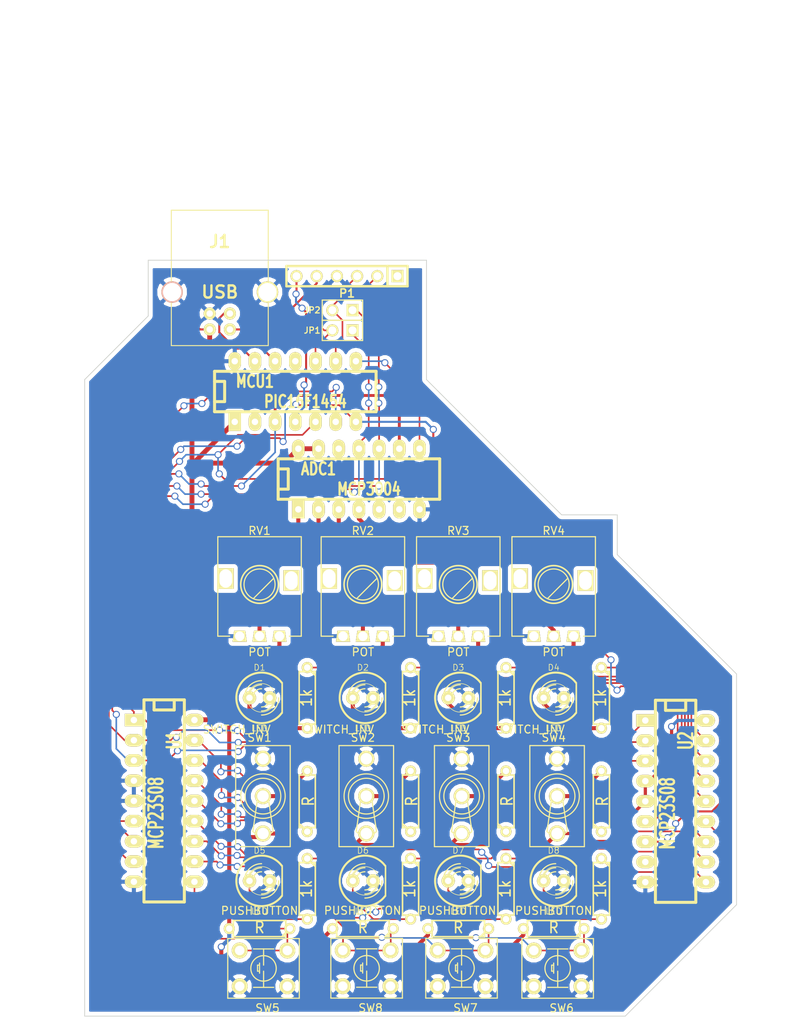
<source format=kicad_pcb>
(kicad_pcb (version 3) (host pcbnew "(2013-07-07 BZR 4022)-stable")
  (layers (15 F.Cu signal) (0 B.Cu signal) (18 B.Paste user) (19 F.Paste user) (20 B.SilkS user) (21 F.SilkS user) (22 B.Mask user) (23 F.Mask user) (28 Edge.Cuts user))
  (net 0 "")
  (net 1 /Btn1)
  (net 2 /Btn2)
  (net 3 /Btn3)
  (net 4 /Btn4)
  (net 5 /CS_ADC)
  (net 6 /CS_IOEXP)
  (net 7 /D+)
  (net 8 /D-)
  (net 9 /ICSPCLK)
  (net 10 /ICSPDAT)
  (net 11 /INT_IOEXP)
  (net 12 /Knob1)
  (net 13 /Knob2)
  (net 14 /Knob3)
  (net 15 /Knob4)
  (net 16 /LED1)
  (net 17 /LED2)
  (net 18 /LED3)
  (net 19 /LED4)
  (net 20 /LED5)
  (net 21 /LED6)
  (net 22 /LED7)
  (net 23 /LED8)
  (net 24 /MISO)
  (net 25 /MOSI)
  (net 26 /RESET_IOEXP)
  (net 27 /SCLK)
  (net 28 /Switch1)
  (net 29 /Switch2)
  (net 30 /Switch3)
  (net 31 /Switch4)
  (net 32 /VPP/MCLR)
  (net 33 GND)
  (net 34 N-0000012)
  (net 35 N-0000013)
  (net 36 N-0000014)
  (net 37 N-0000015)
  (net 38 N-0000016)
  (net 39 N-0000017)
  (net 40 N-0000018)
  (net 41 N-0000020)
  (net 42 N-0000021)
  (net 43 N-0000022)
  (net 44 N-0000023)
  (net 45 N-0000042)
  (net 46 VCC)
  (module USB_B (layer F.Cu) (at 107 63 180)
    (fp_text reference J1 (at 0 6.35 180) (layer F.SilkS) (effects (font (size 1.524 1.524) (thickness 0.3048))))
    (fp_text value USB (at 0 0 180) (layer F.SilkS) (effects (font (size 1.524 1.524) (thickness 0.3048))))
    (pad 1 thru_hole circle (at 1.27 -4.699 180) (size 1.524 1.524) (drill 0.8128) (layers *.Cu *.Mask F.SilkS) (net 46 VCC))
    (pad 2 thru_hole circle (at -1.27 -4.699 180) (size 1.524 1.524) (drill 0.8128) (layers *.Cu *.Mask F.SilkS) (net 8 /D-))
    (pad 3 thru_hole circle (at -1.27 -2.70002 180) (size 1.524 1.524) (drill 0.8128) (layers *.Cu *.Mask F.SilkS) (net 7 /D+))
    (pad 4 thru_hole circle (at 1.27 -2.70002 180) (size 1.524 1.524) (drill 0.8128) (layers *.Cu *.Mask F.SilkS) (net 33 GND))
    (pad 5 np_thru_hole circle (at 5.99948 0 180) (size 2.70002 2.70002) (drill 2.30124) (layers *.Cu *.SilkS *.Mask) (net 33 GND))
    (pad 6 thru_hole circle (at -5.99948 0 180) (size 2.70002 2.70002) (drill 2.30124) (layers *.Cu *.Mask F.SilkS) (net 33 GND))
  )
  (module TactileSW_2 (layer F.Cu) (at 124.968 141.986)
    (fp_text reference SW8 (at 1 11) (layer F.SilkS))
    (fp_text value PUSHBUTTON (at 0 -1.25) (layer F.SilkS))
    (pad 1 thru_hole circle (at -2.5 3.75) (size 2 2) (drill 1.2) (layers *.Cu *.Mask F.SilkS) (net 4 /Btn4))
    (pad 2 thru_hole circle (at 3.5 3.75) (size 2 2) (drill 1.2) (layers *.Cu *.Mask F.SilkS) (net 4 /Btn4))
    (pad 3 thru_hole circle (at -2.5 8.25) (size 2 2) (drill 1.2) (layers *.Cu *.Mask F.SilkS) (net 33 GND))
    (pad 4 thru_hole circle (at 3.5 8.25) (size 2 2) (drill 1.2) (layers *.Cu *.Mask F.SilkS) (net 33 GND))
  )
  (module TactileSW_2 (layer F.Cu) (at 136.906 141.986)
    (fp_text reference SW7 (at 1 11) (layer F.SilkS))
    (fp_text value PUSHBUTTON (at 0 -1.25) (layer F.SilkS))
    (pad 1 thru_hole circle (at -2.5 3.75) (size 2 2) (drill 1.2) (layers *.Cu *.Mask F.SilkS) (net 3 /Btn3))
    (pad 2 thru_hole circle (at 3.5 3.75) (size 2 2) (drill 1.2) (layers *.Cu *.Mask F.SilkS) (net 3 /Btn3))
    (pad 3 thru_hole circle (at -2.5 8.25) (size 2 2) (drill 1.2) (layers *.Cu *.Mask F.SilkS) (net 33 GND))
    (pad 4 thru_hole circle (at 3.5 8.25) (size 2 2) (drill 1.2) (layers *.Cu *.Mask F.SilkS) (net 33 GND))
  )
  (module TactileSW_2 (layer F.Cu) (at 149 142)
    (fp_text reference SW6 (at 1 11) (layer F.SilkS))
    (fp_text value PUSHBUTTON (at 0 -1.25) (layer F.SilkS))
    (pad 1 thru_hole circle (at -2.5 3.75) (size 2 2) (drill 1.2) (layers *.Cu *.Mask F.SilkS) (net 2 /Btn2))
    (pad 2 thru_hole circle (at 3.5 3.75) (size 2 2) (drill 1.2) (layers *.Cu *.Mask F.SilkS) (net 2 /Btn2))
    (pad 3 thru_hole circle (at -2.5 8.25) (size 2 2) (drill 1.2) (layers *.Cu *.Mask F.SilkS) (net 33 GND))
    (pad 4 thru_hole circle (at 3.5 8.25) (size 2 2) (drill 1.2) (layers *.Cu *.Mask F.SilkS) (net 33 GND))
  )
  (module TactileSW_2 (layer F.Cu) (at 112 142)
    (fp_text reference SW5 (at 1 11) (layer F.SilkS))
    (fp_text value PUSHBUTTON (at 0 -1.25) (layer F.SilkS))
    (pad 1 thru_hole circle (at -2.5 3.75) (size 2 2) (drill 1.2) (layers *.Cu *.Mask F.SilkS) (net 1 /Btn1))
    (pad 2 thru_hole circle (at 3.5 3.75) (size 2 2) (drill 1.2) (layers *.Cu *.Mask F.SilkS) (net 1 /Btn1))
    (pad 3 thru_hole circle (at -2.5 8.25) (size 2 2) (drill 1.2) (layers *.Cu *.Mask F.SilkS) (net 33 GND))
    (pad 4 thru_hole circle (at 3.5 8.25) (size 2 2) (drill 1.2) (layers *.Cu *.Mask F.SilkS) (net 33 GND))
  )
  (module SPDT_Switch (layer F.Cu) (at 109 120)
    (fp_text reference SW1 (at 3 -1) (layer F.SilkS))
    (fp_text value SWITCH_INV (at 0.127 -2.032) (layer F.SilkS))
    (pad 1 thru_hole circle (at 3.429 11.049) (size 2.032 2.032) (drill 1.4478) (layers *.Cu *.Mask F.SilkS) (net 46 VCC))
    (pad 2 thru_hole circle (at 3.429 6.35) (size 2.032 2.032) (drill 1.4478) (layers *.Cu *.Mask F.SilkS) (net 41 N-0000020))
    (pad 3 thru_hole circle (at 3.429 1.651) (size 2.032 2.032) (drill 1.4478) (layers *.Cu *.Mask F.SilkS) (net 33 GND))
  )
  (module SPDT_Switch (layer F.Cu) (at 122 120)
    (fp_text reference SW2 (at 3 -1) (layer F.SilkS))
    (fp_text value SWITCH_INV (at 0.127 -2.032) (layer F.SilkS))
    (pad 1 thru_hole circle (at 3.429 11.049) (size 2.032 2.032) (drill 1.4478) (layers *.Cu *.Mask F.SilkS) (net 46 VCC))
    (pad 2 thru_hole circle (at 3.429 6.35) (size 2.032 2.032) (drill 1.4478) (layers *.Cu *.Mask F.SilkS) (net 42 N-0000021))
    (pad 3 thru_hole circle (at 3.429 1.651) (size 2.032 2.032) (drill 1.4478) (layers *.Cu *.Mask F.SilkS) (net 33 GND))
  )
  (module SPDT_Switch (layer F.Cu) (at 134 120)
    (fp_text reference SW3 (at 3 -1) (layer F.SilkS))
    (fp_text value SWITCH_INV (at 0.127 -2.032) (layer F.SilkS))
    (pad 1 thru_hole circle (at 3.429 11.049) (size 2.032 2.032) (drill 1.4478) (layers *.Cu *.Mask F.SilkS) (net 46 VCC))
    (pad 2 thru_hole circle (at 3.429 6.35) (size 2.032 2.032) (drill 1.4478) (layers *.Cu *.Mask F.SilkS) (net 43 N-0000022))
    (pad 3 thru_hole circle (at 3.429 1.651) (size 2.032 2.032) (drill 1.4478) (layers *.Cu *.Mask F.SilkS) (net 33 GND))
  )
  (module SPDT_Switch (layer F.Cu) (at 146 120)
    (fp_text reference SW4 (at 3 -1) (layer F.SilkS))
    (fp_text value SWITCH_INV (at 0.127 -2.032) (layer F.SilkS))
    (pad 1 thru_hole circle (at 3.429 11.049) (size 2.032 2.032) (drill 1.4478) (layers *.Cu *.Mask F.SilkS) (net 46 VCC))
    (pad 2 thru_hole circle (at 3.429 6.35) (size 2.032 2.032) (drill 1.4478) (layers *.Cu *.Mask F.SilkS) (net 44 N-0000023))
    (pad 3 thru_hole circle (at 3.429 1.651) (size 2.032 2.032) (drill 1.4478) (layers *.Cu *.Mask F.SilkS) (net 33 GND))
  )
  (module R3 (layer F.Cu) (at 131 127 90)
    (fp_text reference R2 hide)
    (fp_text value R (at 0 0.127 90) (layer F.SilkS) (effects (font (size 1.397 1.27) (thickness 0.2032))))
    (pad 1 thru_hole circle (at -3.81 0 90) (size 1.397 1.397) (drill 0.8128) (layers *.Cu *.Mask F.SilkS) (net 29 /Switch2))
    (pad 2 thru_hole circle (at 3.81 0 90) (size 1.397 1.397) (drill 0.8128) (layers *.Cu *.Mask F.SilkS) (net 42 N-0000021))
  )
  (module R3 (layer F.Cu) (at 112 143 180)
    (fp_text reference R5 hide)
    (fp_text value R (at 0 0.127 180) (layer F.SilkS) (effects (font (size 1.397 1.27) (thickness 0.2032))))
    (pad 1 thru_hole circle (at -3.81 0 180) (size 1.397 1.397) (drill 0.8128) (layers *.Cu *.Mask F.SilkS) (net 1 /Btn1))
    (pad 2 thru_hole circle (at 3.81 0 180) (size 1.397 1.397) (drill 0.8128) (layers *.Cu *.Mask F.SilkS) (net 46 VCC))
  )
  (module R3 (layer F.Cu) (at 149 143 180)
    (fp_text reference R6 hide)
    (fp_text value R (at 0 0.127 180) (layer F.SilkS) (effects (font (size 1.397 1.27) (thickness 0.2032))))
    (pad 1 thru_hole circle (at -3.81 0 180) (size 1.397 1.397) (drill 0.8128) (layers *.Cu *.Mask F.SilkS) (net 2 /Btn2))
    (pad 2 thru_hole circle (at 3.81 0 180) (size 1.397 1.397) (drill 0.8128) (layers *.Cu *.Mask F.SilkS) (net 46 VCC))
  )
  (module R3 (layer F.Cu) (at 137 143 180)
    (fp_text reference R7 hide)
    (fp_text value R (at 0 0.127 180) (layer F.SilkS) (effects (font (size 1.397 1.27) (thickness 0.2032))))
    (pad 1 thru_hole circle (at -3.81 0 180) (size 1.397 1.397) (drill 0.8128) (layers *.Cu *.Mask F.SilkS) (net 3 /Btn3))
    (pad 2 thru_hole circle (at 3.81 0 180) (size 1.397 1.397) (drill 0.8128) (layers *.Cu *.Mask F.SilkS) (net 46 VCC))
  )
  (module R3 (layer F.Cu) (at 125 143 180)
    (fp_text reference R8 hide)
    (fp_text value R (at 0 0.127 180) (layer F.SilkS) (effects (font (size 1.397 1.27) (thickness 0.2032))))
    (pad 1 thru_hole circle (at -3.81 0 180) (size 1.397 1.397) (drill 0.8128) (layers *.Cu *.Mask F.SilkS) (net 4 /Btn4))
    (pad 2 thru_hole circle (at 3.81 0 180) (size 1.397 1.397) (drill 0.8128) (layers *.Cu *.Mask F.SilkS) (net 46 VCC))
  )
  (module R3 (layer F.Cu) (at 155 127 90)
    (fp_text reference R4 hide)
    (fp_text value R (at 0 0.127 90) (layer F.SilkS) (effects (font (size 1.397 1.27) (thickness 0.2032))))
    (pad 1 thru_hole circle (at -3.81 0 90) (size 1.397 1.397) (drill 0.8128) (layers *.Cu *.Mask F.SilkS) (net 31 /Switch4))
    (pad 2 thru_hole circle (at 3.81 0 90) (size 1.397 1.397) (drill 0.8128) (layers *.Cu *.Mask F.SilkS) (net 44 N-0000023))
  )
  (module R3 (layer F.Cu) (at 143 127 90)
    (fp_text reference R3 hide)
    (fp_text value R (at 0 0.127 90) (layer F.SilkS) (effects (font (size 1.397 1.27) (thickness 0.2032))))
    (pad 1 thru_hole circle (at -3.81 0 90) (size 1.397 1.397) (drill 0.8128) (layers *.Cu *.Mask F.SilkS) (net 30 /Switch3))
    (pad 2 thru_hole circle (at 3.81 0 90) (size 1.397 1.397) (drill 0.8128) (layers *.Cu *.Mask F.SilkS) (net 43 N-0000022))
  )
  (module R3 (layer F.Cu) (at 118 127 90)
    (fp_text reference R1 hide)
    (fp_text value R (at 0 0.127 90) (layer F.SilkS) (effects (font (size 1.397 1.27) (thickness 0.2032))))
    (pad 1 thru_hole circle (at -3.81 0 90) (size 1.397 1.397) (drill 0.8128) (layers *.Cu *.Mask F.SilkS) (net 28 /Switch1))
    (pad 2 thru_hole circle (at 3.81 0 90) (size 1.397 1.397) (drill 0.8128) (layers *.Cu *.Mask F.SilkS) (net 41 N-0000020))
  )
  (module Pot90deg_2 (layer F.Cu) (at 149 103)
    (fp_text reference RV4 (at 0 -10) (layer F.SilkS))
    (fp_text value POT (at 0 5.25) (layer F.SilkS))
    (pad 1 thru_hole trapezoid (at -2.5 3.25) (size 1.6 1.4) (rect_delta 0 0.2) (drill 1.2) (layers *.Cu *.Mask F.SilkS) (net 33 GND))
    (pad 2 thru_hole trapezoid (at 0 3.25) (size 1.6 1.4) (rect_delta 0 0.2) (drill 1.2) (layers *.Cu *.Mask F.SilkS) (net 15 /Knob4))
    (pad 3 thru_hole trapezoid (at 2.5 3.25) (size 1.6 1.4) (rect_delta 0 0.2) (drill 1.2) (layers *.Cu *.Mask F.SilkS) (net 46 VCC))
    (pad "" thru_hole rect (at -4.25 -4) (size 2 2.6) (drill oval 1.6 2.3) (layers *.Cu *.Mask F.SilkS))
    (pad "" thru_hole rect (at 4 -3.75) (size 2 2.6) (drill oval 1.6 2.3) (layers *.Cu *.Mask F.SilkS))
  )
  (module Pot90deg_2 (layer F.Cu) (at 137 103)
    (fp_text reference RV3 (at 0 -10) (layer F.SilkS))
    (fp_text value POT (at 0 5.25) (layer F.SilkS))
    (pad 1 thru_hole trapezoid (at -2.5 3.25) (size 1.6 1.4) (rect_delta 0 0.2) (drill 1.2) (layers *.Cu *.Mask F.SilkS) (net 33 GND))
    (pad 2 thru_hole trapezoid (at 0 3.25) (size 1.6 1.4) (rect_delta 0 0.2) (drill 1.2) (layers *.Cu *.Mask F.SilkS) (net 14 /Knob3))
    (pad 3 thru_hole trapezoid (at 2.5 3.25) (size 1.6 1.4) (rect_delta 0 0.2) (drill 1.2) (layers *.Cu *.Mask F.SilkS) (net 46 VCC))
    (pad "" thru_hole rect (at -4.25 -4) (size 2 2.6) (drill oval 1.6 2.3) (layers *.Cu *.Mask F.SilkS))
    (pad "" thru_hole rect (at 4 -3.75) (size 2 2.6) (drill oval 1.6 2.3) (layers *.Cu *.Mask F.SilkS))
  )
  (module Pot90deg_2 (layer F.Cu) (at 125 103)
    (fp_text reference RV2 (at 0 -10) (layer F.SilkS))
    (fp_text value POT (at 0 5.25) (layer F.SilkS))
    (pad 1 thru_hole trapezoid (at -2.5 3.25) (size 1.6 1.4) (rect_delta 0 0.2) (drill 1.2) (layers *.Cu *.Mask F.SilkS) (net 33 GND))
    (pad 2 thru_hole trapezoid (at 0 3.25) (size 1.6 1.4) (rect_delta 0 0.2) (drill 1.2) (layers *.Cu *.Mask F.SilkS) (net 13 /Knob2))
    (pad 3 thru_hole trapezoid (at 2.5 3.25) (size 1.6 1.4) (rect_delta 0 0.2) (drill 1.2) (layers *.Cu *.Mask F.SilkS) (net 46 VCC))
    (pad "" thru_hole rect (at -4.25 -4) (size 2 2.6) (drill oval 1.6 2.3) (layers *.Cu *.Mask F.SilkS))
    (pad "" thru_hole rect (at 4 -3.75) (size 2 2.6) (drill oval 1.6 2.3) (layers *.Cu *.Mask F.SilkS))
  )
  (module Pot90deg_2 (layer F.Cu) (at 112 103)
    (fp_text reference RV1 (at 0 -10) (layer F.SilkS))
    (fp_text value POT (at 0 5.25) (layer F.SilkS))
    (pad 1 thru_hole trapezoid (at -2.5 3.25) (size 1.6 1.4) (rect_delta 0 0.2) (drill 1.2) (layers *.Cu *.Mask F.SilkS) (net 33 GND))
    (pad 2 thru_hole trapezoid (at 0 3.25) (size 1.6 1.4) (rect_delta 0 0.2) (drill 1.2) (layers *.Cu *.Mask F.SilkS) (net 12 /Knob1))
    (pad 3 thru_hole trapezoid (at 2.5 3.25) (size 1.6 1.4) (rect_delta 0 0.2) (drill 1.2) (layers *.Cu *.Mask F.SilkS) (net 46 VCC))
    (pad "" thru_hole rect (at -4.25 -4) (size 2 2.6) (drill oval 1.6 2.3) (layers *.Cu *.Mask F.SilkS))
    (pad "" thru_hole rect (at 4 -3.75) (size 2 2.6) (drill oval 1.6 2.3) (layers *.Cu *.Mask F.SilkS))
  )
  (module DIP-14__300_ELL (layer F.Cu) (at 116.5 75.5)
    (fp_text reference MCU1 (at -5.08 -1.27) (layer F.SilkS) (effects (font (size 1.524 1.143) (thickness 0.3048))))
    (fp_text value PIC16F1454 (at 1.27 1.27) (layer F.SilkS) (effects (font (size 1.524 1.143) (thickness 0.3048))))
    (pad 1 thru_hole rect (at -7.62 3.81) (size 1.5748 2.286) (drill 0.8128) (layers *.Cu *.Mask F.SilkS) (net 46 VCC))
    (pad 2 thru_hole oval (at -5.08 3.81) (size 1.5748 2.286) (drill 0.8128) (layers *.Cu *.Mask F.SilkS))
    (pad 3 thru_hole oval (at -2.54 3.81) (size 1.5748 2.286) (drill 0.8128) (layers *.Cu *.Mask F.SilkS) (net 25 /MOSI))
    (pad 4 thru_hole oval (at 0 3.81) (size 1.5748 2.286) (drill 0.8128) (layers *.Cu *.Mask F.SilkS) (net 32 /VPP/MCLR))
    (pad 5 thru_hole oval (at 2.54 3.81) (size 1.5748 2.286) (drill 0.8128) (layers *.Cu *.Mask F.SilkS) (net 26 /RESET_IOEXP))
    (pad 6 thru_hole oval (at 5.08 3.81) (size 1.5748 2.286) (drill 0.8128) (layers *.Cu *.Mask F.SilkS) (net 11 /INT_IOEXP))
    (pad 7 thru_hole oval (at 7.62 3.81) (size 1.5748 2.286) (drill 0.8128) (layers *.Cu *.Mask F.SilkS) (net 6 /CS_IOEXP))
    (pad 8 thru_hole oval (at 7.62 -3.81) (size 1.5748 2.286) (drill 0.8128) (layers *.Cu *.Mask F.SilkS) (net 5 /CS_ADC))
    (pad 9 thru_hole oval (at 5.08 -3.81) (size 1.5748 2.286) (drill 0.8128) (layers *.Cu *.Mask F.SilkS) (net 9 /ICSPCLK))
    (pad 10 thru_hole oval (at 2.54 -3.81) (size 1.5748 2.286) (drill 0.8128) (layers *.Cu *.Mask F.SilkS) (net 10 /ICSPDAT))
    (pad 11 thru_hole oval (at 0 -3.81) (size 1.5748 2.286) (drill 0.8128) (layers *.Cu *.Mask F.SilkS))
    (pad 12 thru_hole oval (at -2.54 -3.81) (size 1.5748 2.286) (drill 0.8128) (layers *.Cu *.Mask F.SilkS) (net 8 /D-))
    (pad 13 thru_hole oval (at -5.08 -3.81) (size 1.5748 2.286) (drill 0.8128) (layers *.Cu *.Mask F.SilkS) (net 7 /D+))
    (pad 14 thru_hole oval (at -7.62 -3.81) (size 1.5748 2.286) (drill 0.8128) (layers *.Cu *.Mask F.SilkS) (net 33 GND))
  )
  (module PIN_ARRAY-6X1 (layer F.Cu) (at 123 61 180)
    (fp_text reference P1 (at 0 -2.159 180) (layer F.SilkS) (effects (font (size 1.016 1.016) (thickness 0.2032))))
    (fp_text value CONN_6 hide)
    (pad 1 thru_hole rect (at -6.35 0 180) (size 1.524 1.524) (drill 1.016) (layers *.Cu *.Mask F.SilkS))
    (pad 2 thru_hole circle (at -3.81 0 180) (size 1.524 1.524) (drill 1.016) (layers *.Cu *.Mask F.SilkS) (net 9 /ICSPCLK))
    (pad 3 thru_hole circle (at -1.27 0 180) (size 1.524 1.524) (drill 1.016) (layers *.Cu *.Mask F.SilkS) (net 10 /ICSPDAT))
    (pad 4 thru_hole circle (at 1.27 0 180) (size 1.524 1.524) (drill 1.016) (layers *.Cu *.Mask F.SilkS) (net 33 GND))
    (pad 5 thru_hole circle (at 3.81 0 180) (size 1.524 1.524) (drill 1.016) (layers *.Cu *.Mask F.SilkS) (net 46 VCC))
    (pad 6 thru_hole circle (at 6.35 0 180) (size 1.524 1.524) (drill 1.016) (layers *.Cu *.Mask F.SilkS) (net 32 /VPP/MCLR))
  )
  (module PIN_ARRAY_2X1 (layer F.Cu) (at 122.428 67.818 180)
    (fp_text reference JP1 (at 3.81 0 180) (layer F.SilkS) (effects (font (size 0.762 0.762) (thickness 0.1524))))
    (fp_text value JUMPER hide)
    (pad 1 thru_hole rect (at -1.27 0 180) (size 1.524 1.524) (drill 1.016) (layers *.Cu *.Mask F.SilkS) (net 27 /SCLK))
    (pad 2 thru_hole circle (at 1.27 0 180) (size 1.524 1.524) (drill 1.016) (layers *.Cu *.Mask F.SilkS) (net 10 /ICSPDAT))
  )
  (module PIN_ARRAY_2X1 (layer F.Cu) (at 122.428 65.278 180)
    (fp_text reference JP2 (at 3.81 0 180) (layer F.SilkS) (effects (font (size 0.762 0.762) (thickness 0.1524))))
    (fp_text value JUMPER hide)
    (pad 1 thru_hole rect (at -1.27 0 180) (size 1.524 1.524) (drill 1.016) (layers *.Cu *.Mask F.SilkS) (net 24 /MISO))
    (pad 2 thru_hole circle (at 1.27 0 180) (size 1.524 1.524) (drill 1.016) (layers *.Cu *.Mask F.SilkS) (net 9 /ICSPCLK))
  )
  (module DIP-14__300_ELL (layer F.Cu) (at 124.5 86.5)
    (fp_text reference ADC1 (at -5.08 -1.27) (layer F.SilkS) (effects (font (size 1.524 1.143) (thickness 0.3048))))
    (fp_text value MCP3004 (at 1.27 1.27) (layer F.SilkS) (effects (font (size 1.524 1.143) (thickness 0.3048))))
    (pad 1 thru_hole rect (at -7.62 3.81) (size 1.5748 2.286) (drill 0.8128) (layers *.Cu *.Mask F.SilkS) (net 12 /Knob1))
    (pad 2 thru_hole oval (at -5.08 3.81) (size 1.5748 2.286) (drill 0.8128) (layers *.Cu *.Mask F.SilkS) (net 13 /Knob2))
    (pad 3 thru_hole oval (at -2.54 3.81) (size 1.5748 2.286) (drill 0.8128) (layers *.Cu *.Mask F.SilkS) (net 14 /Knob3))
    (pad 4 thru_hole oval (at 0 3.81) (size 1.5748 2.286) (drill 0.8128) (layers *.Cu *.Mask F.SilkS) (net 15 /Knob4))
    (pad 5 thru_hole oval (at 2.54 3.81) (size 1.5748 2.286) (drill 0.8128) (layers *.Cu *.Mask F.SilkS))
    (pad 6 thru_hole oval (at 5.08 3.81) (size 1.5748 2.286) (drill 0.8128) (layers *.Cu *.Mask F.SilkS))
    (pad 7 thru_hole oval (at 7.62 3.81) (size 1.5748 2.286) (drill 0.8128) (layers *.Cu *.Mask F.SilkS) (net 33 GND))
    (pad 8 thru_hole oval (at 7.62 -3.81) (size 1.5748 2.286) (drill 0.8128) (layers *.Cu *.Mask F.SilkS) (net 5 /CS_ADC))
    (pad 9 thru_hole oval (at 5.08 -3.81) (size 1.5748 2.286) (drill 0.8128) (layers *.Cu *.Mask F.SilkS) (net 25 /MOSI))
    (pad 10 thru_hole oval (at 2.54 -3.81) (size 1.5748 2.286) (drill 0.8128) (layers *.Cu *.Mask F.SilkS) (net 24 /MISO))
    (pad 11 thru_hole oval (at 0 -3.81) (size 1.5748 2.286) (drill 0.8128) (layers *.Cu *.Mask F.SilkS) (net 27 /SCLK))
    (pad 12 thru_hole oval (at -2.54 -3.81) (size 1.5748 2.286) (drill 0.8128) (layers *.Cu *.Mask F.SilkS) (net 33 GND))
    (pad 13 thru_hole oval (at -5.08 -3.81) (size 1.5748 2.286) (drill 0.8128) (layers *.Cu *.Mask F.SilkS) (net 46 VCC))
    (pad 14 thru_hole oval (at -7.62 -3.81) (size 1.5748 2.286) (drill 0.8128) (layers *.Cu *.Mask F.SilkS) (net 46 VCC))
  )
  (module DIP-18__300_ELL (layer F.Cu) (at 99.9998 126.9492 270)
    (fp_text reference U1 (at -7.62 -1.27 270) (layer F.SilkS) (effects (font (size 1.778 1.143) (thickness 0.3048))))
    (fp_text value MCP23S08 (at 1.524 1.016 270) (layer F.SilkS) (effects (font (size 1.778 1.143) (thickness 0.3048))))
    (pad 1 thru_hole rect (at -10.16 3.81 270) (size 1.5748 2.286) (drill 0.8128) (layers *.Cu *.Mask F.SilkS) (net 27 /SCLK))
    (pad 2 thru_hole oval (at -7.62 3.81 270) (size 1.5748 2.286) (drill 0.8128) (layers *.Cu *.Mask F.SilkS) (net 25 /MOSI))
    (pad 3 thru_hole oval (at -5.08 3.81 270) (size 1.5748 2.286) (drill 0.8128) (layers *.Cu *.Mask F.SilkS) (net 24 /MISO))
    (pad 4 thru_hole oval (at -2.54 3.81 270) (size 1.5748 2.286) (drill 0.8128) (layers *.Cu *.Mask F.SilkS) (net 33 GND))
    (pad 5 thru_hole oval (at 0 3.81 270) (size 1.5748 2.286) (drill 0.8128) (layers *.Cu *.Mask F.SilkS) (net 33 GND))
    (pad 6 thru_hole oval (at 2.54 3.81 270) (size 1.5748 2.286) (drill 0.8128) (layers *.Cu *.Mask F.SilkS) (net 26 /RESET_IOEXP))
    (pad 7 thru_hole oval (at 5.08 3.81 270) (size 1.5748 2.286) (drill 0.8128) (layers *.Cu *.Mask F.SilkS) (net 6 /CS_IOEXP))
    (pad 8 thru_hole oval (at 7.62 3.81 270) (size 1.5748 2.286) (drill 0.8128) (layers *.Cu *.Mask F.SilkS) (net 11 /INT_IOEXP))
    (pad 9 thru_hole oval (at 10.16 3.81 270) (size 1.5748 2.286) (drill 0.8128) (layers *.Cu *.Mask F.SilkS) (net 33 GND))
    (pad 10 thru_hole oval (at 10.16 -3.81 270) (size 1.5748 2.286) (drill 0.8128) (layers *.Cu *.Mask F.SilkS) (net 1 /Btn1))
    (pad 11 thru_hole oval (at 7.62 -3.81 270) (size 1.5748 2.286) (drill 0.8128) (layers *.Cu *.Mask F.SilkS) (net 4 /Btn4))
    (pad 12 thru_hole oval (at 5.08 -3.81 270) (size 1.5748 2.286) (drill 0.8128) (layers *.Cu *.Mask F.SilkS) (net 3 /Btn3))
    (pad 13 thru_hole oval (at 2.54 -3.81 270) (size 1.5748 2.286) (drill 0.8128) (layers *.Cu *.Mask F.SilkS) (net 2 /Btn2))
    (pad 14 thru_hole oval (at 0 -3.81 270) (size 1.5748 2.286) (drill 0.8128) (layers *.Cu *.Mask F.SilkS) (net 28 /Switch1))
    (pad 15 thru_hole oval (at -2.54 -3.81 270) (size 1.5748 2.286) (drill 0.8128) (layers *.Cu *.Mask F.SilkS) (net 29 /Switch2))
    (pad 16 thru_hole oval (at -5.08 -3.81 270) (size 1.5748 2.286) (drill 0.8128) (layers *.Cu *.Mask F.SilkS) (net 30 /Switch3))
    (pad 17 thru_hole oval (at -7.62 -3.81 270) (size 1.5748 2.286) (drill 0.8128) (layers *.Cu *.Mask F.SilkS) (net 31 /Switch4))
    (pad 18 thru_hole oval (at -10.16 -3.81 270) (size 1.5748 2.286) (drill 0.8128) (layers *.Cu *.Mask F.SilkS) (net 46 VCC))
  )
  (module R3 (layer F.Cu) (at 118 114 270)
    (fp_text reference R9 hide)
    (fp_text value 1k (at 0 0.127 270) (layer F.SilkS) (effects (font (size 1.397 1.27) (thickness 0.2032))))
    (pad 1 thru_hole circle (at -3.81 0 270) (size 1.397 1.397) (drill 0.8128) (layers *.Cu *.Mask F.SilkS) (net 16 /LED1))
    (pad 2 thru_hole circle (at 3.81 0 270) (size 1.397 1.397) (drill 0.8128) (layers *.Cu *.Mask F.SilkS) (net 45 N-0000042))
  )
  (module R3 (layer F.Cu) (at 131 114 270)
    (fp_text reference R10 hide)
    (fp_text value 1k (at 0 0.127 270) (layer F.SilkS) (effects (font (size 1.397 1.27) (thickness 0.2032))))
    (pad 1 thru_hole circle (at -3.81 0 270) (size 1.397 1.397) (drill 0.8128) (layers *.Cu *.Mask F.SilkS) (net 17 /LED2))
    (pad 2 thru_hole circle (at 3.81 0 270) (size 1.397 1.397) (drill 0.8128) (layers *.Cu *.Mask F.SilkS) (net 40 N-0000018))
  )
  (module R3 (layer F.Cu) (at 143 114 270)
    (fp_text reference R11 hide)
    (fp_text value 1k (at 0 0.127 270) (layer F.SilkS) (effects (font (size 1.397 1.27) (thickness 0.2032))))
    (pad 1 thru_hole circle (at -3.81 0 270) (size 1.397 1.397) (drill 0.8128) (layers *.Cu *.Mask F.SilkS) (net 18 /LED3))
    (pad 2 thru_hole circle (at 3.81 0 270) (size 1.397 1.397) (drill 0.8128) (layers *.Cu *.Mask F.SilkS) (net 39 N-0000017))
  )
  (module R3 (layer F.Cu) (at 155 114 270)
    (fp_text reference R12 hide)
    (fp_text value 1k (at 0 0.127 270) (layer F.SilkS) (effects (font (size 1.397 1.27) (thickness 0.2032))))
    (pad 1 thru_hole circle (at -3.81 0 270) (size 1.397 1.397) (drill 0.8128) (layers *.Cu *.Mask F.SilkS) (net 19 /LED4))
    (pad 2 thru_hole circle (at 3.81 0 270) (size 1.397 1.397) (drill 0.8128) (layers *.Cu *.Mask F.SilkS) (net 38 N-0000016))
  )
  (module R3 (layer F.Cu) (at 118 138 270)
    (fp_text reference R13 hide)
    (fp_text value 1k (at 0 0.127 270) (layer F.SilkS) (effects (font (size 1.397 1.27) (thickness 0.2032))))
    (pad 1 thru_hole circle (at -3.81 0 270) (size 1.397 1.397) (drill 0.8128) (layers *.Cu *.Mask F.SilkS) (net 20 /LED5))
    (pad 2 thru_hole circle (at 3.81 0 270) (size 1.397 1.397) (drill 0.8128) (layers *.Cu *.Mask F.SilkS) (net 37 N-0000015))
  )
  (module R3 (layer F.Cu) (at 131 138 270)
    (fp_text reference R14 hide)
    (fp_text value 1k (at 0 0.127 270) (layer F.SilkS) (effects (font (size 1.397 1.27) (thickness 0.2032))))
    (pad 1 thru_hole circle (at -3.81 0 270) (size 1.397 1.397) (drill 0.8128) (layers *.Cu *.Mask F.SilkS) (net 21 /LED6))
    (pad 2 thru_hole circle (at 3.81 0 270) (size 1.397 1.397) (drill 0.8128) (layers *.Cu *.Mask F.SilkS) (net 36 N-0000014))
  )
  (module R3 (layer F.Cu) (at 143 138 270)
    (fp_text reference R15 hide)
    (fp_text value 1k (at 0 0.127 270) (layer F.SilkS) (effects (font (size 1.397 1.27) (thickness 0.2032))))
    (pad 1 thru_hole circle (at -3.81 0 270) (size 1.397 1.397) (drill 0.8128) (layers *.Cu *.Mask F.SilkS) (net 22 /LED7))
    (pad 2 thru_hole circle (at 3.81 0 270) (size 1.397 1.397) (drill 0.8128) (layers *.Cu *.Mask F.SilkS) (net 35 N-0000013))
  )
  (module R3 (layer F.Cu) (at 155 138 270)
    (fp_text reference R16 hide)
    (fp_text value 1k (at 0 0.127 270) (layer F.SilkS) (effects (font (size 1.397 1.27) (thickness 0.2032))))
    (pad 1 thru_hole circle (at -3.81 0 270) (size 1.397 1.397) (drill 0.8128) (layers *.Cu *.Mask F.SilkS) (net 23 /LED8))
    (pad 2 thru_hole circle (at 3.81 0 270) (size 1.397 1.397) (drill 0.8128) (layers *.Cu *.Mask F.SilkS) (net 34 N-0000012))
  )
  (module LED-5MM (layer F.Cu) (at 149 137)
    (fp_text reference D8 (at 0 -3.81) (layer F.SilkS) (effects (font (size 0.762 0.762) (thickness 0.0889))))
    (fp_text value LED (at 0 3.81) (layer F.SilkS) (effects (font (size 0.762 0.762) (thickness 0.0889))))
    (pad 1 thru_hole circle (at -1.27 0) (size 1.6764 1.6764) (drill 0.8128) (layers *.Cu *.Mask F.SilkS) (net 34 N-0000012))
    (pad 2 thru_hole circle (at 1.27 0) (size 1.6764 1.6764) (drill 0.8128) (layers *.Cu *.Mask F.SilkS) (net 33 GND))
  )
  (module LED-5MM (layer F.Cu) (at 137 137)
    (fp_text reference D7 (at 0 -3.81) (layer F.SilkS) (effects (font (size 0.762 0.762) (thickness 0.0889))))
    (fp_text value LED (at 0 3.81) (layer F.SilkS) (effects (font (size 0.762 0.762) (thickness 0.0889))))
    (pad 1 thru_hole circle (at -1.27 0) (size 1.6764 1.6764) (drill 0.8128) (layers *.Cu *.Mask F.SilkS) (net 35 N-0000013))
    (pad 2 thru_hole circle (at 1.27 0) (size 1.6764 1.6764) (drill 0.8128) (layers *.Cu *.Mask F.SilkS) (net 33 GND))
  )
  (module LED-5MM (layer F.Cu) (at 125 137)
    (fp_text reference D6 (at 0 -3.81) (layer F.SilkS) (effects (font (size 0.762 0.762) (thickness 0.0889))))
    (fp_text value LED (at 0 3.81) (layer F.SilkS) (effects (font (size 0.762 0.762) (thickness 0.0889))))
    (pad 1 thru_hole circle (at -1.27 0) (size 1.6764 1.6764) (drill 0.8128) (layers *.Cu *.Mask F.SilkS) (net 36 N-0000014))
    (pad 2 thru_hole circle (at 1.27 0) (size 1.6764 1.6764) (drill 0.8128) (layers *.Cu *.Mask F.SilkS) (net 33 GND))
  )
  (module LED-5MM (layer F.Cu) (at 112 137)
    (fp_text reference D5 (at 0 -3.81) (layer F.SilkS) (effects (font (size 0.762 0.762) (thickness 0.0889))))
    (fp_text value LED (at 0 3.81) (layer F.SilkS) (effects (font (size 0.762 0.762) (thickness 0.0889))))
    (pad 1 thru_hole circle (at -1.27 0) (size 1.6764 1.6764) (drill 0.8128) (layers *.Cu *.Mask F.SilkS) (net 37 N-0000015))
    (pad 2 thru_hole circle (at 1.27 0) (size 1.6764 1.6764) (drill 0.8128) (layers *.Cu *.Mask F.SilkS) (net 33 GND))
  )
  (module LED-5MM (layer F.Cu) (at 149 114)
    (fp_text reference D4 (at 0 -3.81) (layer F.SilkS) (effects (font (size 0.762 0.762) (thickness 0.0889))))
    (fp_text value LED (at 0 3.81) (layer F.SilkS) (effects (font (size 0.762 0.762) (thickness 0.0889))))
    (pad 1 thru_hole circle (at -1.27 0) (size 1.6764 1.6764) (drill 0.8128) (layers *.Cu *.Mask F.SilkS) (net 38 N-0000016))
    (pad 2 thru_hole circle (at 1.27 0) (size 1.6764 1.6764) (drill 0.8128) (layers *.Cu *.Mask F.SilkS) (net 33 GND))
  )
  (module LED-5MM (layer F.Cu) (at 137 114)
    (fp_text reference D3 (at 0 -3.81) (layer F.SilkS) (effects (font (size 0.762 0.762) (thickness 0.0889))))
    (fp_text value LED (at 0 3.81) (layer F.SilkS) (effects (font (size 0.762 0.762) (thickness 0.0889))))
    (pad 1 thru_hole circle (at -1.27 0) (size 1.6764 1.6764) (drill 0.8128) (layers *.Cu *.Mask F.SilkS) (net 39 N-0000017))
    (pad 2 thru_hole circle (at 1.27 0) (size 1.6764 1.6764) (drill 0.8128) (layers *.Cu *.Mask F.SilkS) (net 33 GND))
  )
  (module LED-5MM (layer F.Cu) (at 125 114)
    (fp_text reference D2 (at 0 -3.81) (layer F.SilkS) (effects (font (size 0.762 0.762) (thickness 0.0889))))
    (fp_text value LED (at 0 3.81) (layer F.SilkS) (effects (font (size 0.762 0.762) (thickness 0.0889))))
    (pad 1 thru_hole circle (at -1.27 0) (size 1.6764 1.6764) (drill 0.8128) (layers *.Cu *.Mask F.SilkS) (net 40 N-0000018))
    (pad 2 thru_hole circle (at 1.27 0) (size 1.6764 1.6764) (drill 0.8128) (layers *.Cu *.Mask F.SilkS) (net 33 GND))
  )
  (module LED-5MM (layer F.Cu) (at 112 114)
    (fp_text reference D1 (at 0 -3.81) (layer F.SilkS) (effects (font (size 0.762 0.762) (thickness 0.0889))))
    (fp_text value LED (at 0 3.81) (layer F.SilkS) (effects (font (size 0.762 0.762) (thickness 0.0889))))
    (pad 1 thru_hole circle (at -1.27 0) (size 1.6764 1.6764) (drill 0.8128) (layers *.Cu *.Mask F.SilkS) (net 45 N-0000042))
    (pad 2 thru_hole circle (at 1.27 0) (size 1.6764 1.6764) (drill 0.8128) (layers *.Cu *.Mask F.SilkS) (net 33 GND))
  )
  (module DIP-18__300_ELL (layer F.Cu) (at 164.338 127 270)
    (fp_text reference U2 (at -7.62 -1.27 270) (layer F.SilkS) (effects (font (size 1.778 1.143) (thickness 0.3048))))
    (fp_text value MCP23S08 (at 1.524 1.016 270) (layer F.SilkS) (effects (font (size 1.778 1.143) (thickness 0.3048))))
    (pad 1 thru_hole rect (at -10.16 3.81 270) (size 1.5748 2.286) (drill 0.8128) (layers *.Cu *.Mask F.SilkS) (net 27 /SCLK))
    (pad 2 thru_hole oval (at -7.62 3.81 270) (size 1.5748 2.286) (drill 0.8128) (layers *.Cu *.Mask F.SilkS) (net 25 /MOSI))
    (pad 3 thru_hole oval (at -5.08 3.81 270) (size 1.5748 2.286) (drill 0.8128) (layers *.Cu *.Mask F.SilkS) (net 24 /MISO))
    (pad 4 thru_hole oval (at -2.54 3.81 270) (size 1.5748 2.286) (drill 0.8128) (layers *.Cu *.Mask F.SilkS) (net 46 VCC))
    (pad 5 thru_hole oval (at 0 3.81 270) (size 1.5748 2.286) (drill 0.8128) (layers *.Cu *.Mask F.SilkS) (net 46 VCC))
    (pad 6 thru_hole oval (at 2.54 3.81 270) (size 1.5748 2.286) (drill 0.8128) (layers *.Cu *.Mask F.SilkS) (net 26 /RESET_IOEXP))
    (pad 7 thru_hole oval (at 5.08 3.81 270) (size 1.5748 2.286) (drill 0.8128) (layers *.Cu *.Mask F.SilkS) (net 6 /CS_IOEXP))
    (pad 8 thru_hole oval (at 7.62 3.81 270) (size 1.5748 2.286) (drill 0.8128) (layers *.Cu *.Mask F.SilkS))
    (pad 9 thru_hole oval (at 10.16 3.81 270) (size 1.5748 2.286) (drill 0.8128) (layers *.Cu *.Mask F.SilkS) (net 33 GND))
    (pad 10 thru_hole oval (at 10.16 -3.81 270) (size 1.5748 2.286) (drill 0.8128) (layers *.Cu *.Mask F.SilkS) (net 23 /LED8))
    (pad 11 thru_hole oval (at 7.62 -3.81 270) (size 1.5748 2.286) (drill 0.8128) (layers *.Cu *.Mask F.SilkS) (net 22 /LED7))
    (pad 12 thru_hole oval (at 5.08 -3.81 270) (size 1.5748 2.286) (drill 0.8128) (layers *.Cu *.Mask F.SilkS) (net 21 /LED6))
    (pad 13 thru_hole oval (at 2.54 -3.81 270) (size 1.5748 2.286) (drill 0.8128) (layers *.Cu *.Mask F.SilkS) (net 20 /LED5))
    (pad 14 thru_hole oval (at 0 -3.81 270) (size 1.5748 2.286) (drill 0.8128) (layers *.Cu *.Mask F.SilkS) (net 16 /LED1))
    (pad 15 thru_hole oval (at -2.54 -3.81 270) (size 1.5748 2.286) (drill 0.8128) (layers *.Cu *.Mask F.SilkS) (net 17 /LED2))
    (pad 16 thru_hole oval (at -5.08 -3.81 270) (size 1.5748 2.286) (drill 0.8128) (layers *.Cu *.Mask F.SilkS) (net 18 /LED3))
    (pad 17 thru_hole oval (at -7.62 -3.81 270) (size 1.5748 2.286) (drill 0.8128) (layers *.Cu *.Mask F.SilkS) (net 19 /LED4))
    (pad 18 thru_hole oval (at -10.16 -3.81 270) (size 1.5748 2.286) (drill 0.8128) (layers *.Cu *.Mask F.SilkS) (net 46 VCC))
  )
  (gr_line (start 98 66) (end 98 59) (angle 90) (layer Edge.Cuts) (width 0.1))
  (gr_line (start 90 74) (end 98 66) (angle 90) (layer Edge.Cuts) (width 0.1))
  (gr_line (start 90 154) (end 90 74) (angle 90) (layer Edge.Cuts) (width 0.1))
  (gr_line (start 158 154) (end 90 154) (angle 90) (layer Edge.Cuts) (width 0.1))
  (gr_line (start 159 153) (end 158 154) (angle 90) (layer Edge.Cuts) (width 0.1))
  (gr_line (start 170 142) (end 159 153) (angle 90) (layer Edge.Cuts) (width 0.1))
  (gr_line (start 172 140) (end 170 142) (angle 90) (layer Edge.Cuts) (width 0.1))
  (gr_line (start 172 111) (end 172 140) (angle 90) (layer Edge.Cuts) (width 0.1))
  (gr_line (start 157 96) (end 172 111) (angle 90) (layer Edge.Cuts) (width 0.1))
  (gr_line (start 157 91) (end 157 96) (angle 90) (layer Edge.Cuts) (width 0.1))
  (gr_line (start 150 91) (end 157 91) (angle 90) (layer Edge.Cuts) (width 0.1))
  (gr_line (start 133 74) (end 150 91) (angle 90) (layer Edge.Cuts) (width 0.1))
  (gr_line (start 133 59) (end 133 74) (angle 90) (layer Edge.Cuts) (width 0.1))
  (gr_line (start 98 59) (end 133 59) (angle 90) (layer Edge.Cuts) (width 0.1))
  (segment (start 103.8098 137.1092) (end 103.8098 141.605) (width 0.2032) (layer F.Cu) (net 1))
  (segment (start 110.111 143) (end 115.81 143) (width 0.2032) (layer F.Cu) (net 1))
  (segment (start 108.839 144.272) (end 110.111 143) (width 0.2032) (layer F.Cu) (net 1))
  (segment (start 106.4768 144.272) (end 108.839 144.272) (width 0.2032) (layer F.Cu) (net 1))
  (segment (start 103.8098 141.605) (end 106.4768 144.272) (width 0.2032) (layer F.Cu) (net 1))
  (segment (start 115.5 145.75) (end 115.5 143.31) (width 0.2032) (layer F.Cu) (net 1))
  (segment (start 115.5 143.31) (end 115.81 143) (width 0.2032) (layer F.Cu) (net 1))
  (segment (start 109.5 145.75) (end 115.5 145.75) (width 0.2032) (layer F.Cu) (net 1))
  (segment (start 103.8098 129.4892) (end 103.9876 129.4892) (width 0.2032) (layer F.Cu) (net 2))
  (segment (start 144.9204 144.1704) (end 146.5 145.75) (width 0.2032) (layer B.Cu) (net 2))
  (segment (start 139.2428 144.1704) (end 144.9204 144.1704) (width 0.2032) (layer B.Cu) (net 2))
  (segment (start 139.2174 144.145) (end 139.2428 144.1704) (width 0.2032) (layer B.Cu) (net 2))
  (via (at 139.2174 144.145) (size 0.889) (layers F.Cu B.Cu) (net 2))
  (segment (start 137.2362 144.145) (end 139.2174 144.145) (width 0.2032) (layer F.Cu) (net 2))
  (segment (start 133.5786 140.4874) (end 137.2362 144.145) (width 0.2032) (layer F.Cu) (net 2))
  (segment (start 127.0508 140.4874) (end 133.5786 140.4874) (width 0.2032) (layer F.Cu) (net 2))
  (segment (start 126.619 140.9192) (end 127.0508 140.4874) (width 0.2032) (layer F.Cu) (net 2))
  (via (at 126.619 140.9192) (size 0.889) (layers F.Cu B.Cu) (net 2))
  (segment (start 125.6792 140.9192) (end 126.619 140.9192) (width 0.2032) (layer B.Cu) (net 2))
  (segment (start 124.968 141.6304) (end 125.6792 140.9192) (width 0.2032) (layer B.Cu) (net 2))
  (via (at 124.968 141.6304) (size 0.889) (layers F.Cu B.Cu) (net 2))
  (segment (start 122.51068 141.6304) (end 124.968 141.6304) (width 0.2032) (layer F.Cu) (net 2))
  (segment (start 114.509678 133.629398) (end 122.51068 141.6304) (width 0.2032) (layer F.Cu) (net 2))
  (segment (start 110.159798 133.629398) (end 114.509678 133.629398) (width 0.2032) (layer F.Cu) (net 2))
  (segment (start 109.2454 132.715) (end 110.159798 133.629398) (width 0.2032) (layer F.Cu) (net 2))
  (via (at 109.2454 132.715) (size 0.889) (layers F.Cu B.Cu) (net 2))
  (segment (start 107.2134 132.715) (end 109.2454 132.715) (width 0.2032) (layer B.Cu) (net 2))
  (segment (start 107.1626 132.6642) (end 107.2134 132.715) (width 0.2032) (layer B.Cu) (net 2))
  (via (at 107.1626 132.6642) (size 0.889) (layers F.Cu B.Cu) (net 2))
  (segment (start 103.9876 129.4892) (end 107.1626 132.6642) (width 0.2032) (layer F.Cu) (net 2))
  (segment (start 152.81 143) (end 152.81 145.44) (width 0.2032) (layer F.Cu) (net 2))
  (segment (start 152.81 145.44) (end 152.5 145.75) (width 0.2032) (layer F.Cu) (net 2))
  (segment (start 146.5 145.75) (end 152.5 145.75) (width 0.2032) (layer F.Cu) (net 2))
  (segment (start 103.8098 132.0292) (end 105.3592 132.0292) (width 0.2032) (layer F.Cu) (net 3))
  (segment (start 132.9204 144.1704) (end 134.5 145.75) (width 0.2032) (layer B.Cu) (net 3))
  (segment (start 127.4572 144.1704) (end 132.9204 144.1704) (width 0.2032) (layer B.Cu) (net 3))
  (segment (start 127.381 144.0942) (end 127.4572 144.1704) (width 0.2032) (layer B.Cu) (net 3))
  (via (at 127.381 144.0942) (size 0.889) (layers F.Cu B.Cu) (net 3))
  (segment (start 124.39974 144.0942) (end 127.381 144.0942) (width 0.2032) (layer F.Cu) (net 3))
  (segment (start 114.34134 134.0358) (end 124.39974 144.0942) (width 0.2032) (layer F.Cu) (net 3))
  (segment (start 109.3978 134.0358) (end 114.34134 134.0358) (width 0.2032) (layer F.Cu) (net 3))
  (segment (start 109.1692 133.8072) (end 109.3978 134.0358) (width 0.2032) (layer F.Cu) (net 3))
  (via (at 109.1692 133.8072) (size 0.889) (layers F.Cu B.Cu) (net 3))
  (segment (start 107.2388 133.8072) (end 109.1692 133.8072) (width 0.2032) (layer B.Cu) (net 3))
  (segment (start 107.188 133.858) (end 107.2388 133.8072) (width 0.2032) (layer B.Cu) (net 3))
  (via (at 107.188 133.858) (size 0.889) (layers F.Cu B.Cu) (net 3))
  (segment (start 105.3592 132.0292) (end 107.188 133.858) (width 0.2032) (layer F.Cu) (net 3))
  (segment (start 140.81 143) (end 140.81 145.44) (width 0.2032) (layer F.Cu) (net 3))
  (segment (start 140.81 145.44) (end 140.5 145.75) (width 0.2032) (layer F.Cu) (net 3))
  (segment (start 134.5 145.75) (end 140.5 145.75) (width 0.2032) (layer F.Cu) (net 3))
  (segment (start 122.5 145.75) (end 122.5 142.7692) (width 0.2032) (layer F.Cu) (net 4))
  (segment (start 106.6038 134.5692) (end 103.8098 134.5692) (width 0.2032) (layer F.Cu) (net 4))
  (segment (start 107.0356 135.001) (end 106.6038 134.5692) (width 0.2032) (layer F.Cu) (net 4))
  (via (at 107.0356 135.001) (size 0.889) (layers F.Cu B.Cu) (net 4))
  (segment (start 109.0168 135.001) (end 107.0356 135.001) (width 0.2032) (layer B.Cu) (net 4))
  (segment (start 109.1946 135.1788) (end 109.0168 135.001) (width 0.2032) (layer B.Cu) (net 4))
  (via (at 109.1946 135.1788) (size 0.889) (layers F.Cu B.Cu) (net 4))
  (segment (start 114.9096 135.1788) (end 109.1946 135.1788) (width 0.2032) (layer F.Cu) (net 4))
  (segment (start 122.5 142.7692) (end 114.9096 135.1788) (width 0.2032) (layer F.Cu) (net 4))
  (segment (start 128.5 145.75) (end 128.5 143.31) (width 0.2032) (layer F.Cu) (net 4))
  (segment (start 128.5 143.31) (end 128.81 143) (width 0.2032) (layer F.Cu) (net 4))
  (segment (start 122.5 145.75) (end 128.5 145.75) (width 0.2032) (layer F.Cu) (net 4))
  (segment (start 132.12 82.69) (end 132.12 76.24) (width 0.2032) (layer F.Cu) (net 5))
  (segment (start 127.57 71.69) (end 124.12 71.69) (width 0.2032) (layer B.Cu) (net 5))
  (segment (start 127.762 71.882) (end 127.57 71.69) (width 0.2032) (layer B.Cu) (net 5))
  (via (at 127.762 71.882) (size 0.889) (layers F.Cu B.Cu) (net 5))
  (segment (start 132.12 76.24) (end 127.762 71.882) (width 0.2032) (layer F.Cu) (net 5))
  (segment (start 160.528 132.08) (end 162.814 132.08) (width 0.254) (layer F.Cu) (net 6))
  (segment (start 132.904 79.31) (end 124.12 79.31) (width 0.254) (layer B.Cu) (net 6))
  (segment (start 133.858 80.264) (end 132.904 79.31) (width 0.254) (layer B.Cu) (net 6))
  (via (at 133.858 80.264) (size 0.889) (layers F.Cu B.Cu) (net 6))
  (segment (start 133.858 82.95534) (end 133.858 80.264) (width 0.254) (layer F.Cu) (net 6))
  (segment (start 145.84733 94.94467) (end 133.858 82.95534) (width 0.254) (layer F.Cu) (net 6))
  (segment (start 152.85667 94.94467) (end 145.84733 94.94467) (width 0.254) (layer F.Cu) (net 6))
  (segment (start 155.702 97.79) (end 152.85667 94.94467) (width 0.254) (layer F.Cu) (net 6))
  (segment (start 155.702 101.346) (end 155.702 97.79) (width 0.254) (layer F.Cu) (net 6))
  (segment (start 169.926 115.57) (end 155.702 101.346) (width 0.254) (layer F.Cu) (net 6))
  (segment (start 169.926 127.254) (end 169.926 115.57) (width 0.254) (layer F.Cu) (net 6))
  (segment (start 168.91 128.27) (end 169.926 127.254) (width 0.254) (layer F.Cu) (net 6))
  (segment (start 165.862 128.27) (end 168.91 128.27) (width 0.254) (layer F.Cu) (net 6))
  (segment (start 164.338 129.794) (end 165.862 128.27) (width 0.254) (layer F.Cu) (net 6))
  (via (at 164.338 129.794) (size 0.889) (layers F.Cu B.Cu) (net 6))
  (segment (start 164.338 130.556) (end 164.338 129.794) (width 0.254) (layer B.Cu) (net 6))
  (segment (start 163.322 131.572) (end 164.338 130.556) (width 0.254) (layer B.Cu) (net 6))
  (via (at 163.322 131.572) (size 0.889) (layers F.Cu B.Cu) (net 6))
  (segment (start 162.814 132.08) (end 163.322 131.572) (width 0.254) (layer F.Cu) (net 6))
  (segment (start 96.1898 132.0292) (end 96.17386 132.0292) (width 0.2032) (layer F.Cu) (net 6))
  (segment (start 122.026 77.216) (end 124.12 79.31) (width 0.2032) (layer F.Cu) (net 6))
  (segment (start 116.6622 77.216) (end 122.026 77.216) (width 0.2032) (layer F.Cu) (net 6))
  (segment (start 116.5606 77.1144) (end 116.6622 77.216) (width 0.2032) (layer F.Cu) (net 6))
  (via (at 116.5606 77.1144) (size 0.889) (layers F.Cu B.Cu) (net 6))
  (segment (start 116.0526 77.1144) (end 116.5606 77.1144) (width 0.2032) (layer B.Cu) (net 6))
  (segment (start 115.2144 77.9526) (end 116.0526 77.1144) (width 0.2032) (layer B.Cu) (net 6))
  (segment (start 115.2144 81.534) (end 115.2144 77.9526) (width 0.2032) (layer B.Cu) (net 6))
  (segment (start 114.9604 81.788) (end 115.2144 81.534) (width 0.2032) (layer B.Cu) (net 6))
  (via (at 114.9604 81.788) (size 0.889) (layers F.Cu B.Cu) (net 6))
  (segment (start 114.528602 81.356202) (end 114.9604 81.788) (width 0.2032) (layer F.Cu) (net 6))
  (segment (start 110.185198 81.356202) (end 114.528602 81.356202) (width 0.2032) (layer F.Cu) (net 6))
  (segment (start 109.1692 82.3722) (end 110.185198 81.356202) (width 0.2032) (layer F.Cu) (net 6))
  (via (at 109.1692 82.3722) (size 0.889) (layers F.Cu B.Cu) (net 6))
  (segment (start 102.489 82.3722) (end 109.1692 82.3722) (width 0.2032) (layer B.Cu) (net 6))
  (segment (start 102.0826 82.7786) (end 102.489 82.3722) (width 0.2032) (layer B.Cu) (net 6))
  (via (at 102.0826 82.7786) (size 0.889) (layers F.Cu B.Cu) (net 6))
  (segment (start 92.227398 92.633802) (end 102.0826 82.7786) (width 0.2032) (layer F.Cu) (net 6))
  (segment (start 92.227398 128.082738) (end 92.227398 92.633802) (width 0.2032) (layer F.Cu) (net 6))
  (segment (start 96.17386 132.0292) (end 92.227398 128.082738) (width 0.2032) (layer F.Cu) (net 6))
  (segment (start 108.27 65.70002) (end 107.52798 65.70002) (width 0.254) (layer F.Cu) (net 7))
  (segment (start 109.834 70.104) (end 111.42 71.69) (width 0.254) (layer F.Cu) (net 7))
  (segment (start 108.966 70.104) (end 109.834 70.104) (width 0.254) (layer F.Cu) (net 7))
  (segment (start 106.934 68.072) (end 108.966 70.104) (width 0.254) (layer F.Cu) (net 7))
  (segment (start 106.934 66.294) (end 106.934 68.072) (width 0.254) (layer F.Cu) (net 7))
  (segment (start 107.52798 65.70002) (end 106.934 66.294) (width 0.254) (layer F.Cu) (net 7))
  (segment (start 108.27 67.699) (end 109.969 67.699) (width 0.254) (layer F.Cu) (net 8))
  (segment (start 109.969 67.699) (end 113.96 71.69) (width 0.254) (layer F.Cu) (net 8))
  (segment (start 121.158 65.278) (end 121.158 64.77) (width 0.2032) (layer F.Cu) (net 9))
  (segment (start 125.072 62.738) (end 126.81 61) (width 0.2032) (layer F.Cu) (net 9))
  (segment (start 123.19 62.738) (end 125.072 62.738) (width 0.2032) (layer F.Cu) (net 9))
  (segment (start 121.158 64.77) (end 123.19 62.738) (width 0.2032) (layer F.Cu) (net 9))
  (segment (start 121.58 71.69) (end 121.58 69.682) (width 0.2032) (layer F.Cu) (net 9))
  (segment (start 122.428 66.548) (end 121.158 65.278) (width 0.2032) (layer F.Cu) (net 9))
  (segment (start 122.428 68.834) (end 122.428 66.548) (width 0.2032) (layer F.Cu) (net 9))
  (segment (start 121.58 69.682) (end 122.428 68.834) (width 0.2032) (layer F.Cu) (net 9))
  (segment (start 121.158 67.818) (end 120.142 67.818) (width 0.2032) (layer F.Cu) (net 10))
  (segment (start 122.532 62.738) (end 124.27 61) (width 0.2032) (layer F.Cu) (net 10))
  (segment (start 121.666 62.738) (end 122.532 62.738) (width 0.2032) (layer F.Cu) (net 10))
  (segment (start 119.634 64.77) (end 121.666 62.738) (width 0.2032) (layer F.Cu) (net 10))
  (segment (start 119.634 67.31) (end 119.634 64.77) (width 0.2032) (layer F.Cu) (net 10))
  (segment (start 120.142 67.818) (end 119.634 67.31) (width 0.2032) (layer F.Cu) (net 10))
  (segment (start 119.04 71.69) (end 119.04 69.936) (width 0.2032) (layer F.Cu) (net 10))
  (segment (start 119.04 69.936) (end 121.158 67.818) (width 0.2032) (layer F.Cu) (net 10))
  (segment (start 96.1898 134.5692) (end 95.6056 134.5692) (width 0.2032) (layer F.Cu) (net 11))
  (segment (start 121.58 75.0414) (end 121.58 79.31) (width 0.2032) (layer B.Cu) (net 11))
  (segment (start 121.6406 74.9808) (end 121.58 75.0414) (width 0.2032) (layer B.Cu) (net 11))
  (via (at 121.6406 74.9808) (size 0.889) (layers F.Cu B.Cu) (net 11))
  (segment (start 121.1326 75.4888) (end 121.6406 74.9808) (width 0.2032) (layer F.Cu) (net 11))
  (segment (start 106.2736 75.4888) (end 121.1326 75.4888) (width 0.2032) (layer F.Cu) (net 11))
  (segment (start 104.7496 77.0128) (end 106.2736 75.4888) (width 0.2032) (layer F.Cu) (net 11))
  (via (at 104.7496 77.0128) (size 0.889) (layers F.Cu B.Cu) (net 11))
  (segment (start 102.7684 77.0128) (end 104.7496 77.0128) (width 0.2032) (layer B.Cu) (net 11))
  (segment (start 102.489 77.2922) (end 102.7684 77.0128) (width 0.2032) (layer B.Cu) (net 11))
  (via (at 102.489 77.2922) (size 0.889) (layers F.Cu B.Cu) (net 11))
  (segment (start 91.820996 87.960204) (end 102.489 77.2922) (width 0.2032) (layer F.Cu) (net 11))
  (segment (start 91.820996 130.784596) (end 91.820996 87.960204) (width 0.2032) (layer F.Cu) (net 11))
  (segment (start 95.6056 134.5692) (end 91.820996 130.784596) (width 0.2032) (layer F.Cu) (net 11))
  (segment (start 116.88 90.31) (end 116.88 92.12) (width 0.508) (layer F.Cu) (net 12))
  (segment (start 112 97) (end 112 106.25) (width 0.508) (layer F.Cu) (net 12))
  (segment (start 116.88 92.12) (end 112 97) (width 0.508) (layer F.Cu) (net 12))
  (segment (start 119.42 90.31) (end 119.42 92.42) (width 0.508) (layer F.Cu) (net 13))
  (segment (start 125 98) (end 125 106.25) (width 0.508) (layer F.Cu) (net 13))
  (segment (start 119.42 92.42) (end 125 98) (width 0.508) (layer F.Cu) (net 13))
  (segment (start 121.96 90.31) (end 121.96 93.46) (width 0.508) (layer F.Cu) (net 14))
  (segment (start 137 104.5) (end 137 106.25) (width 0.508) (layer F.Cu) (net 14))
  (segment (start 130.5 104.5) (end 137 104.5) (width 0.508) (layer F.Cu) (net 14))
  (segment (start 126 100) (end 130.5 104.5) (width 0.508) (layer F.Cu) (net 14))
  (segment (start 126 97.5) (end 126 100) (width 0.508) (layer F.Cu) (net 14))
  (segment (start 121.96 93.46) (end 126 97.5) (width 0.508) (layer F.Cu) (net 14))
  (segment (start 124.5 90.31) (end 124.5 91.5) (width 0.508) (layer F.Cu) (net 15))
  (segment (start 149 105.5) (end 149 106.25) (width 0.508) (layer F.Cu) (net 15))
  (segment (start 147.5 104) (end 149 105.5) (width 0.508) (layer F.Cu) (net 15))
  (segment (start 140 104) (end 147.5 104) (width 0.508) (layer F.Cu) (net 15))
  (segment (start 137.5 101.5) (end 140 104) (width 0.508) (layer F.Cu) (net 15))
  (segment (start 137.5 100) (end 137.5 101.5) (width 0.508) (layer F.Cu) (net 15))
  (segment (start 134.5 97) (end 137.5 100) (width 0.508) (layer F.Cu) (net 15))
  (segment (start 130 97) (end 134.5 97) (width 0.508) (layer F.Cu) (net 15))
  (segment (start 124.5 91.5) (end 130 97) (width 0.508) (layer F.Cu) (net 15))
  (segment (start 118 110.19) (end 128.1478 110.19) (width 0.2032) (layer F.Cu) (net 16))
  (segment (start 165.099994 123.951994) (end 168.148 127) (width 0.2032) (layer F.Cu) (net 16))
  (segment (start 165.099994 114.449414) (end 165.099994 123.951994) (width 0.2032) (layer F.Cu) (net 16))
  (segment (start 162.791584 112.141004) (end 165.099994 114.449414) (width 0.2032) (layer F.Cu) (net 16))
  (segment (start 152.222204 112.141004) (end 162.791584 112.141004) (width 0.2032) (layer F.Cu) (net 16))
  (segment (start 151.968202 111.887002) (end 152.222204 112.141004) (width 0.2032) (layer F.Cu) (net 16))
  (segment (start 129.844802 111.887002) (end 151.968202 111.887002) (width 0.2032) (layer F.Cu) (net 16))
  (segment (start 128.1478 110.19) (end 129.844802 111.887002) (width 0.2032) (layer F.Cu) (net 16))
  (segment (start 131 110.19) (end 140.7716 110.19) (width 0.2032) (layer F.Cu) (net 17))
  (segment (start 165.506396 121.818396) (end 168.148 124.46) (width 0.2032) (layer F.Cu) (net 17))
  (segment (start 165.506396 114.281076) (end 165.506396 121.818396) (width 0.2032) (layer F.Cu) (net 17))
  (segment (start 162.959922 111.734602) (end 165.506396 114.281076) (width 0.2032) (layer F.Cu) (net 17))
  (segment (start 152.755602 111.734602) (end 162.959922 111.734602) (width 0.2032) (layer F.Cu) (net 17))
  (segment (start 152.5016 111.4806) (end 152.755602 111.734602) (width 0.2032) (layer F.Cu) (net 17))
  (segment (start 142.0622 111.4806) (end 152.5016 111.4806) (width 0.2032) (layer F.Cu) (net 17))
  (segment (start 140.7716 110.19) (end 142.0622 111.4806) (width 0.2032) (layer F.Cu) (net 17))
  (segment (start 143 110.19) (end 152.7604 110.19) (width 0.2032) (layer F.Cu) (net 18))
  (segment (start 165.912798 119.684798) (end 168.148 121.92) (width 0.2032) (layer F.Cu) (net 18))
  (segment (start 165.912798 114.112738) (end 165.912798 119.684798) (width 0.2032) (layer F.Cu) (net 18))
  (segment (start 163.12826 111.3282) (end 165.912798 114.112738) (width 0.2032) (layer F.Cu) (net 18))
  (segment (start 153.8986 111.3282) (end 163.12826 111.3282) (width 0.2032) (layer F.Cu) (net 18))
  (segment (start 152.7604 110.19) (end 153.8986 111.3282) (width 0.2032) (layer F.Cu) (net 18))
  (segment (start 155 110.19) (end 162.5648 110.19) (width 0.2032) (layer F.Cu) (net 19))
  (segment (start 166.3192 117.5512) (end 168.148 119.38) (width 0.2032) (layer F.Cu) (net 19))
  (segment (start 166.3192 113.9444) (end 166.3192 117.5512) (width 0.2032) (layer F.Cu) (net 19))
  (segment (start 162.5648 110.19) (end 166.3192 113.9444) (width 0.2032) (layer F.Cu) (net 19))
  (segment (start 118 134.19) (end 128.3444 134.19) (width 0.2032) (layer F.Cu) (net 20))
  (segment (start 170.307 131.699) (end 168.148 129.54) (width 0.2032) (layer F.Cu) (net 20))
  (segment (start 170.307 137.7696) (end 170.307 131.699) (width 0.2032) (layer F.Cu) (net 20))
  (segment (start 169.4942 138.5824) (end 170.307 137.7696) (width 0.2032) (layer F.Cu) (net 20))
  (segment (start 156.4132 138.5824) (end 169.4942 138.5824) (width 0.2032) (layer F.Cu) (net 20))
  (segment (start 152.427202 134.596402) (end 156.4132 138.5824) (width 0.2032) (layer F.Cu) (net 20))
  (segment (start 146.5326 134.596402) (end 152.427202 134.596402) (width 0.2032) (layer F.Cu) (net 20))
  (segment (start 145.874002 135.255) (end 146.5326 134.596402) (width 0.2032) (layer F.Cu) (net 20))
  (segment (start 140.9954 135.255) (end 145.874002 135.255) (width 0.2032) (layer F.Cu) (net 20))
  (segment (start 140.8176 135.0772) (end 140.9954 135.255) (width 0.2032) (layer F.Cu) (net 20))
  (via (at 140.8176 135.0772) (size 0.889) (layers F.Cu B.Cu) (net 20))
  (segment (start 140.716 134.9756) (end 140.8176 135.0772) (width 0.2032) (layer B.Cu) (net 20))
  (segment (start 140.716 134.1628) (end 140.716 134.9756) (width 0.2032) (layer B.Cu) (net 20))
  (segment (start 139.954 133.4008) (end 140.716 134.1628) (width 0.2032) (layer B.Cu) (net 20))
  (via (at 139.954 133.4008) (size 0.889) (layers F.Cu B.Cu) (net 20))
  (segment (start 139.601002 133.047802) (end 139.954 133.4008) (width 0.2032) (layer F.Cu) (net 20))
  (segment (start 129.486598 133.047802) (end 139.601002 133.047802) (width 0.2032) (layer F.Cu) (net 20))
  (segment (start 128.3444 134.19) (end 129.486598 133.047802) (width 0.2032) (layer F.Cu) (net 20))
  (segment (start 131 134.19) (end 141.146 134.19) (width 0.2032) (layer F.Cu) (net 21))
  (segment (start 166.8526 130.7846) (end 168.148 132.08) (width 0.2032) (layer F.Cu) (net 21))
  (segment (start 158.6738 130.7846) (end 166.8526 130.7846) (width 0.2032) (layer F.Cu) (net 21))
  (segment (start 156.895802 132.562598) (end 158.6738 130.7846) (width 0.2032) (layer F.Cu) (net 21))
  (segment (start 152.866662 132.562598) (end 156.895802 132.562598) (width 0.2032) (layer F.Cu) (net 21))
  (segment (start 151.645662 133.783598) (end 152.866662 132.562598) (width 0.2032) (layer F.Cu) (net 21))
  (segment (start 144.7038 133.783598) (end 151.645662 133.783598) (width 0.2032) (layer F.Cu) (net 21))
  (segment (start 143.968004 133.047802) (end 144.7038 133.783598) (width 0.2032) (layer F.Cu) (net 21))
  (segment (start 142.288198 133.047802) (end 143.968004 133.047802) (width 0.2032) (layer F.Cu) (net 21))
  (segment (start 141.146 134.19) (end 142.288198 133.047802) (width 0.2032) (layer F.Cu) (net 21))
  (segment (start 143 134.19) (end 151.814 134.19) (width 0.2032) (layer F.Cu) (net 22))
  (segment (start 166.8526 133.3246) (end 168.148 134.62) (width 0.2032) (layer F.Cu) (net 22))
  (segment (start 158.369 133.3246) (end 166.8526 133.3246) (width 0.2032) (layer F.Cu) (net 22))
  (segment (start 158.0134 132.969) (end 158.369 133.3246) (width 0.2032) (layer F.Cu) (net 22))
  (segment (start 153.035 132.969) (end 158.0134 132.969) (width 0.2032) (layer F.Cu) (net 22))
  (segment (start 151.814 134.19) (end 153.035 132.969) (width 0.2032) (layer F.Cu) (net 22))
  (segment (start 155 134.19) (end 155 134.1974) (width 0.2032) (layer F.Cu) (net 23))
  (segment (start 166.878 135.89) (end 168.148 137.16) (width 0.2032) (layer F.Cu) (net 23))
  (segment (start 156.6926 135.89) (end 166.878 135.89) (width 0.2032) (layer F.Cu) (net 23))
  (segment (start 155 134.1974) (end 156.6926 135.89) (width 0.2032) (layer F.Cu) (net 23))
  (segment (start 96.1898 121.8692) (end 95.4532 121.8692) (width 0.2032) (layer B.Cu) (net 24))
  (segment (start 127.04 87.336) (end 127.04 82.69) (width 0.2032) (layer B.Cu) (net 24))
  (segment (start 127 87.376) (end 127.04 87.336) (width 0.2032) (layer B.Cu) (net 24))
  (via (at 127 87.376) (size 0.889) (layers F.Cu B.Cu) (net 24))
  (segment (start 113.03 87.376) (end 127 87.376) (width 0.2032) (layer F.Cu) (net 24))
  (segment (start 112.014 88.392) (end 113.03 87.376) (width 0.2032) (layer F.Cu) (net 24))
  (segment (start 104.648 88.392) (end 112.014 88.392) (width 0.2032) (layer F.Cu) (net 24))
  (via (at 104.648 88.392) (size 0.889) (layers F.Cu B.Cu) (net 24))
  (segment (start 102.616 88.392) (end 104.648 88.392) (width 0.2032) (layer B.Cu) (net 24))
  (segment (start 101.6 87.376) (end 102.616 88.392) (width 0.2032) (layer B.Cu) (net 24))
  (via (at 101.6 87.376) (size 0.889) (layers F.Cu B.Cu) (net 24))
  (segment (start 99.98088 87.376) (end 101.6 87.376) (width 0.2032) (layer F.Cu) (net 24))
  (segment (start 93.55144 93.80544) (end 99.98088 87.376) (width 0.2032) (layer F.Cu) (net 24))
  (segment (start 93.55144 94.66256) (end 93.55144 93.80544) (width 0.2032) (layer F.Cu) (net 24))
  (segment (start 93.472 94.742) (end 93.55144 94.66256) (width 0.2032) (layer F.Cu) (net 24))
  (segment (start 93.472 96.266) (end 93.472 94.742) (width 0.2032) (layer F.Cu) (net 24))
  (segment (start 93.472 115.57) (end 93.472 96.266) (width 0.2032) (layer F.Cu) (net 24))
  (segment (start 93.98 116.078) (end 93.472 115.57) (width 0.2032) (layer F.Cu) (net 24))
  (via (at 93.98 116.078) (size 0.889) (layers F.Cu B.Cu) (net 24))
  (segment (start 93.98 120.396) (end 93.98 116.078) (width 0.2032) (layer B.Cu) (net 24))
  (segment (start 95.4532 121.8692) (end 93.98 120.396) (width 0.2032) (layer B.Cu) (net 24))
  (segment (start 123.698 65.278) (end 124.206 65.278) (width 0.2032) (layer F.Cu) (net 24))
  (segment (start 124.206 65.278) (end 127 68.072) (width 0.2032) (layer F.Cu) (net 24))
  (segment (start 127 68.072) (end 127 74.93) (width 0.2032) (layer F.Cu) (net 24))
  (via (at 127 74.93) (size 0.889) (layers F.Cu B.Cu) (net 24))
  (segment (start 127 74.93) (end 127 76.962) (width 0.2032) (layer B.Cu) (net 24))
  (via (at 127 76.962) (size 0.889) (layers F.Cu B.Cu) (net 24))
  (segment (start 127 76.962) (end 127.04 77.002) (width 0.2032) (layer F.Cu) (net 24))
  (segment (start 127.04 77.002) (end 127.04 82.69) (width 0.2032) (layer F.Cu) (net 24))
  (segment (start 96.1898 121.8692) (end 100.457 121.8692) (width 0.2032) (layer F.Cu) (net 24))
  (segment (start 158.5722 121.92) (end 160.528 121.92) (width 0.2032) (layer F.Cu) (net 24))
  (segment (start 156.616404 119.964204) (end 158.5722 121.92) (width 0.2032) (layer F.Cu) (net 24))
  (segment (start 110.108996 119.964204) (end 156.616404 119.964204) (width 0.2032) (layer F.Cu) (net 24))
  (segment (start 109.3216 120.7516) (end 110.108996 119.964204) (width 0.2032) (layer F.Cu) (net 24))
  (via (at 109.3216 120.7516) (size 0.889) (layers F.Cu B.Cu) (net 24))
  (segment (start 109.1692 120.5992) (end 109.3216 120.7516) (width 0.2032) (layer B.Cu) (net 24))
  (segment (start 101.727 120.5992) (end 109.1692 120.5992) (width 0.2032) (layer B.Cu) (net 24))
  (segment (start 101.6762 120.65) (end 101.727 120.5992) (width 0.2032) (layer B.Cu) (net 24))
  (via (at 101.6762 120.65) (size 0.889) (layers F.Cu B.Cu) (net 24))
  (segment (start 100.457 121.8692) (end 101.6762 120.65) (width 0.2032) (layer F.Cu) (net 24))
  (segment (start 96.1898 119.3292) (end 95.021402 119.3292) (width 0.2032) (layer F.Cu) (net 25))
  (segment (start 113.96 83.144) (end 113.96 79.31) (width 0.2032) (layer B.Cu) (net 25))
  (segment (start 109.728 87.376) (end 113.96 83.144) (width 0.2032) (layer B.Cu) (net 25))
  (via (at 109.728 87.376) (size 0.889) (layers F.Cu B.Cu) (net 25))
  (segment (start 104.902 87.376) (end 109.728 87.376) (width 0.2032) (layer F.Cu) (net 25))
  (segment (start 104.648 87.122) (end 104.902 87.376) (width 0.2032) (layer F.Cu) (net 25))
  (via (at 104.648 87.122) (size 0.889) (layers F.Cu B.Cu) (net 25))
  (segment (start 103.124 87.122) (end 104.648 87.122) (width 0.2032) (layer B.Cu) (net 25))
  (segment (start 101.854 85.852) (end 103.124 87.122) (width 0.2032) (layer B.Cu) (net 25))
  (via (at 101.854 85.852) (size 0.889) (layers F.Cu B.Cu) (net 25))
  (segment (start 100.93014 85.852) (end 101.854 85.852) (width 0.2032) (layer F.Cu) (net 25))
  (segment (start 93.040202 93.741938) (end 100.93014 85.852) (width 0.2032) (layer F.Cu) (net 25))
  (segment (start 93.040202 117.348) (end 93.040202 93.741938) (width 0.2032) (layer F.Cu) (net 25))
  (segment (start 95.021402 119.3292) (end 93.040202 117.348) (width 0.2032) (layer F.Cu) (net 25))
  (segment (start 96.1898 119.3292) (end 100.8126 119.3292) (width 0.2032) (layer F.Cu) (net 25))
  (segment (start 160.350198 119.557802) (end 160.528 119.38) (width 0.2032) (layer F.Cu) (net 25))
  (segment (start 109.372398 119.557802) (end 160.350198 119.557802) (width 0.2032) (layer F.Cu) (net 25))
  (segment (start 109.3216 119.6086) (end 109.372398 119.557802) (width 0.2032) (layer F.Cu) (net 25))
  (via (at 109.3216 119.6086) (size 0.889) (layers F.Cu B.Cu) (net 25))
  (segment (start 106.9594 119.6086) (end 109.3216 119.6086) (width 0.2032) (layer B.Cu) (net 25))
  (segment (start 105.3846 118.0338) (end 106.9594 119.6086) (width 0.2032) (layer B.Cu) (net 25))
  (segment (start 102.489 118.0338) (end 105.3846 118.0338) (width 0.2032) (layer B.Cu) (net 25))
  (segment (start 101.5492 118.9736) (end 102.489 118.0338) (width 0.2032) (layer B.Cu) (net 25))
  (via (at 101.5492 118.9736) (size 0.889) (layers F.Cu B.Cu) (net 25))
  (segment (start 101.1682 118.9736) (end 101.5492 118.9736) (width 0.2032) (layer F.Cu) (net 25))
  (segment (start 100.8126 119.3292) (end 101.1682 118.9736) (width 0.2032) (layer F.Cu) (net 25))
  (segment (start 113.96 79.31) (end 113.96 77.04) (width 0.3556) (layer F.Cu) (net 25))
  (segment (start 113.96 77.04) (end 115 76) (width 0.3556) (layer F.Cu) (net 25))
  (segment (start 115 76) (end 128 76) (width 0.3556) (layer F.Cu) (net 25))
  (segment (start 128 76) (end 129.58 77.58) (width 0.3556) (layer F.Cu) (net 25))
  (segment (start 129.58 77.58) (end 129.58 82.69) (width 0.3556) (layer F.Cu) (net 25))
  (segment (start 160.528 129.54) (end 161.544 129.54) (width 0.2032) (layer F.Cu) (net 26))
  (segment (start 106.7816 85.6996) (end 106.7816 83.439) (width 0.2032) (layer B.Cu) (net 26))
  (segment (start 106.934 85.852) (end 106.7816 85.6996) (width 0.2032) (layer B.Cu) (net 26))
  (via (at 106.934 85.852) (size 0.889) (layers F.Cu B.Cu) (net 26))
  (segment (start 107.564602 86.482602) (end 106.934 85.852) (width 0.2032) (layer F.Cu) (net 26))
  (segment (start 136.774602 86.482602) (end 107.564602 86.482602) (width 0.2032) (layer F.Cu) (net 26))
  (segment (start 147.066 96.774) (end 136.774602 86.482602) (width 0.2032) (layer F.Cu) (net 26))
  (segment (start 147.066 99.06) (end 147.066 96.774) (width 0.2032) (layer F.Cu) (net 26))
  (segment (start 153.162 105.156) (end 147.066 99.06) (width 0.2032) (layer F.Cu) (net 26))
  (segment (start 153.162 106.172) (end 153.162 105.156) (width 0.2032) (layer F.Cu) (net 26))
  (segment (start 156.21 109.22) (end 153.162 106.172) (width 0.2032) (layer F.Cu) (net 26))
  (via (at 156.21 109.22) (size 0.889) (layers F.Cu B.Cu) (net 26))
  (segment (start 156.21 112.268) (end 156.21 109.22) (width 0.2032) (layer B.Cu) (net 26))
  (segment (start 156.972 113.03) (end 156.21 112.268) (width 0.2032) (layer B.Cu) (net 26))
  (via (at 156.972 113.03) (size 0.889) (layers F.Cu B.Cu) (net 26))
  (segment (start 157.454594 112.547406) (end 156.972 113.03) (width 0.2032) (layer F.Cu) (net 26))
  (segment (start 162.623246 112.547406) (end 157.454594 112.547406) (width 0.2032) (layer F.Cu) (net 26))
  (segment (start 164.592 114.51616) (end 162.623246 112.547406) (width 0.2032) (layer F.Cu) (net 26))
  (segment (start 164.592 126.492) (end 164.592 114.51616) (width 0.2032) (layer F.Cu) (net 26))
  (segment (start 161.544 129.54) (end 164.592 126.492) (width 0.2032) (layer F.Cu) (net 26))
  (segment (start 96.1898 129.4892) (end 94.2086 129.4892) (width 0.2032) (layer F.Cu) (net 26))
  (segment (start 117.4002 80.9498) (end 119.04 79.31) (width 0.2032) (layer F.Cu) (net 26))
  (segment (start 109.2708 80.9498) (end 117.4002 80.9498) (width 0.2032) (layer F.Cu) (net 26))
  (segment (start 106.7816 83.439) (end 109.2708 80.9498) (width 0.2032) (layer F.Cu) (net 26))
  (via (at 106.7816 83.439) (size 0.889) (layers F.Cu B.Cu) (net 26))
  (segment (start 102.7684 83.439) (end 106.7816 83.439) (width 0.2032) (layer B.Cu) (net 26))
  (segment (start 101.9302 84.2772) (end 102.7684 83.439) (width 0.2032) (layer B.Cu) (net 26))
  (via (at 101.9302 84.2772) (size 0.889) (layers F.Cu B.Cu) (net 26))
  (segment (start 92.6338 93.5736) (end 101.9302 84.2772) (width 0.2032) (layer F.Cu) (net 26))
  (segment (start 92.6338 127.9144) (end 92.6338 93.5736) (width 0.2032) (layer F.Cu) (net 26))
  (segment (start 94.2086 129.4892) (end 92.6338 127.9144) (width 0.2032) (layer F.Cu) (net 26))
  (segment (start 96.1898 116.7892) (end 96.1898 115.7478) (width 0.2032) (layer F.Cu) (net 27))
  (segment (start 124.5 87.59) (end 124.5 82.69) (width 0.2032) (layer B.Cu) (net 27))
  (segment (start 123.952 88.138) (end 124.5 87.59) (width 0.2032) (layer B.Cu) (net 27))
  (via (at 123.952 88.138) (size 0.889) (layers F.Cu B.Cu) (net 27))
  (segment (start 123.596402 87.782402) (end 123.952 88.138) (width 0.2032) (layer F.Cu) (net 27))
  (segment (start 114.3 87.782402) (end 123.596402 87.782402) (width 0.2032) (layer F.Cu) (net 27))
  (segment (start 113.182402 88.9) (end 114.3 87.782402) (width 0.2032) (layer F.Cu) (net 27))
  (segment (start 112.217196 88.9) (end 113.182402 88.9) (width 0.2032) (layer F.Cu) (net 27))
  (segment (start 112.115598 88.798402) (end 112.217196 88.9) (width 0.2032) (layer F.Cu) (net 27))
  (segment (start 106.019598 88.798402) (end 112.115598 88.798402) (width 0.2032) (layer F.Cu) (net 27))
  (segment (start 105.156 89.662) (end 106.019598 88.798402) (width 0.2032) (layer F.Cu) (net 27))
  (via (at 105.156 89.662) (size 0.889) (layers F.Cu B.Cu) (net 27))
  (segment (start 102.362 89.662) (end 105.156 89.662) (width 0.2032) (layer B.Cu) (net 27))
  (segment (start 101.346 88.646) (end 102.362 89.662) (width 0.2032) (layer B.Cu) (net 27))
  (via (at 101.346 88.646) (size 0.889) (layers F.Cu B.Cu) (net 27))
  (segment (start 99.28562 88.646) (end 101.346 88.646) (width 0.2032) (layer F.Cu) (net 27))
  (segment (start 94.34681 93.58481) (end 99.28562 88.646) (width 0.2032) (layer F.Cu) (net 27))
  (segment (start 94.34681 94.62919) (end 94.34681 93.58481) (width 0.2032) (layer F.Cu) (net 27))
  (segment (start 93.878402 95.097598) (end 94.34681 94.62919) (width 0.2032) (layer F.Cu) (net 27))
  (segment (start 93.878402 113.436402) (end 93.878402 95.097598) (width 0.2032) (layer F.Cu) (net 27))
  (segment (start 96.1898 115.7478) (end 93.878402 113.436402) (width 0.2032) (layer F.Cu) (net 27))
  (segment (start 124.5 82.69) (end 124.5 82.002) (width 0.2032) (layer F.Cu) (net 27))
  (segment (start 124.5 82.002) (end 125.73 80.772) (width 0.2032) (layer F.Cu) (net 27))
  (segment (start 125.73 80.772) (end 125.73 76.962) (width 0.2032) (layer F.Cu) (net 27))
  (via (at 125.73 76.962) (size 0.889) (layers F.Cu B.Cu) (net 27))
  (segment (start 125.73 76.962) (end 125.73 74.93) (width 0.2032) (layer B.Cu) (net 27))
  (via (at 125.73 74.93) (size 0.889) (layers F.Cu B.Cu) (net 27))
  (segment (start 125.73 74.93) (end 125.73 70.358) (width 0.2032) (layer F.Cu) (net 27))
  (segment (start 125.73 70.358) (end 123.73 68.358) (width 0.2032) (layer F.Cu) (net 27))
  (segment (start 123.73 68.358) (end 123.73 68) (width 0.2032) (layer F.Cu) (net 27))
  (segment (start 96.1898 116.7892) (end 97.6122 116.7892) (width 0.2032) (layer F.Cu) (net 27))
  (segment (start 158.2166 119.1514) (end 160.528 116.84) (width 0.2032) (layer F.Cu) (net 27))
  (segment (start 110.2614 119.1514) (end 158.2166 119.1514) (width 0.2032) (layer F.Cu) (net 27))
  (segment (start 109.22 118.11) (end 110.2614 119.1514) (width 0.2032) (layer F.Cu) (net 27))
  (via (at 109.22 118.11) (size 0.889) (layers F.Cu B.Cu) (net 27))
  (segment (start 107.0102 118.11) (end 109.22 118.11) (width 0.2032) (layer B.Cu) (net 27))
  (segment (start 106.9594 118.0592) (end 107.0102 118.11) (width 0.2032) (layer B.Cu) (net 27))
  (via (at 106.9594 118.0592) (size 0.889) (layers F.Cu B.Cu) (net 27))
  (segment (start 98.8822 118.0592) (end 106.9594 118.0592) (width 0.2032) (layer F.Cu) (net 27))
  (segment (start 97.6122 116.7892) (end 98.8822 118.0592) (width 0.2032) (layer F.Cu) (net 27))
  (segment (start 103.8098 126.9492) (end 104.267 126.9492) (width 0.2032) (layer F.Cu) (net 28))
  (segment (start 116.5776 129.3876) (end 118 130.81) (width 0.2032) (layer F.Cu) (net 28))
  (segment (start 109.6264 129.3876) (end 116.5776 129.3876) (width 0.2032) (layer F.Cu) (net 28))
  (segment (start 109.22 129.794) (end 109.6264 129.3876) (width 0.2032) (layer F.Cu) (net 28))
  (via (at 109.22 129.794) (size 0.889) (layers F.Cu B.Cu) (net 28))
  (segment (start 107.1626 129.794) (end 109.22 129.794) (width 0.2032) (layer B.Cu) (net 28))
  (segment (start 107.1372 129.8194) (end 107.1626 129.794) (width 0.2032) (layer B.Cu) (net 28))
  (via (at 107.1372 129.8194) (size 0.889) (layers F.Cu B.Cu) (net 28))
  (segment (start 104.267 126.9492) (end 107.1372 129.8194) (width 0.2032) (layer F.Cu) (net 28))
  (segment (start 103.8098 124.4092) (end 104.0892 124.4092) (width 0.2032) (layer F.Cu) (net 29))
  (segment (start 129.171198 128.981198) (end 131 130.81) (width 0.2032) (layer F.Cu) (net 29))
  (segment (start 109.651798 128.981198) (end 129.171198 128.981198) (width 0.2032) (layer F.Cu) (net 29))
  (segment (start 109.2708 128.6002) (end 109.651798 128.981198) (width 0.2032) (layer F.Cu) (net 29))
  (via (at 109.2708 128.6002) (size 0.889) (layers F.Cu B.Cu) (net 29))
  (segment (start 107.2134 128.6002) (end 109.2708 128.6002) (width 0.2032) (layer B.Cu) (net 29))
  (segment (start 107.188 128.6256) (end 107.2134 128.6002) (width 0.2032) (layer B.Cu) (net 29))
  (via (at 107.188 128.6256) (size 0.889) (layers F.Cu B.Cu) (net 29))
  (segment (start 107.188 127.508) (end 107.188 128.6256) (width 0.2032) (layer F.Cu) (net 29))
  (segment (start 104.0892 124.4092) (end 107.188 127.508) (width 0.2032) (layer F.Cu) (net 29))
  (segment (start 114.7572 128.574796) (end 140.764796 128.574796) (width 0.2032) (layer F.Cu) (net 30))
  (segment (start 104.5464 121.8692) (end 107.2134 124.5362) (width 0.2032) (layer F.Cu) (net 30))
  (segment (start 107.2134 124.5362) (end 107.2134 126.2634) (width 0.2032) (layer F.Cu) (net 30))
  (via (at 107.2134 126.2634) (size 0.889) (layers F.Cu B.Cu) (net 30))
  (segment (start 107.2134 126.2634) (end 107.4674 126.5174) (width 0.2032) (layer B.Cu) (net 30))
  (segment (start 107.4674 126.5174) (end 109.2708 126.5174) (width 0.2032) (layer B.Cu) (net 30))
  (via (at 109.2708 126.5174) (size 0.889) (layers F.Cu B.Cu) (net 30))
  (segment (start 109.2708 126.5174) (end 111.328196 128.574796) (width 0.2032) (layer F.Cu) (net 30))
  (segment (start 111.328196 128.574796) (end 114.7572 128.574796) (width 0.2032) (layer F.Cu) (net 30))
  (segment (start 103.8098 121.8692) (end 104.5464 121.8692) (width 0.2032) (layer F.Cu) (net 30))
  (segment (start 140.764796 128.574796) (end 143 130.81) (width 0.2032) (layer F.Cu) (net 30))
  (segment (start 103.8098 119.3292) (end 104.2924 119.3292) (width 0.2032) (layer F.Cu) (net 31))
  (segment (start 152.358394 128.168394) (end 155 130.81) (width 0.2032) (layer F.Cu) (net 31))
  (segment (start 111.496534 128.168394) (end 152.358394 128.168394) (width 0.2032) (layer F.Cu) (net 31))
  (segment (start 110.42177 127.09363) (end 111.496534 128.168394) (width 0.2032) (layer F.Cu) (net 31))
  (segment (start 110.42177 124.31557) (end 110.42177 127.09363) (width 0.2032) (layer F.Cu) (net 31))
  (segment (start 109.2454 123.1392) (end 110.42177 124.31557) (width 0.2032) (layer F.Cu) (net 31))
  (via (at 109.2454 123.1392) (size 0.889) (layers F.Cu B.Cu) (net 31))
  (segment (start 107.2896 123.1392) (end 109.2454 123.1392) (width 0.2032) (layer B.Cu) (net 31))
  (segment (start 107.1372 123.2916) (end 107.2896 123.1392) (width 0.2032) (layer B.Cu) (net 31))
  (via (at 107.1372 123.2916) (size 0.889) (layers F.Cu B.Cu) (net 31))
  (segment (start 107.1372 122.174) (end 107.1372 123.2916) (width 0.2032) (layer F.Cu) (net 31))
  (segment (start 104.2924 119.3292) (end 107.1372 122.174) (width 0.2032) (layer F.Cu) (net 31))
  (segment (start 116.5 79.31) (end 116.5 78.572) (width 0.254) (layer B.Cu) (net 32))
  (segment (start 116.65 63.182) (end 116.65 61) (width 0.254) (layer F.Cu) (net 32))
  (segment (start 116.586 63.246) (end 116.65 63.182) (width 0.254) (layer F.Cu) (net 32))
  (via (at 116.586 63.246) (size 0.889) (layers F.Cu B.Cu) (net 32))
  (segment (start 116.586 64.262) (end 116.586 63.246) (width 0.254) (layer B.Cu) (net 32))
  (segment (start 117.348 65.024) (end 116.586 64.262) (width 0.254) (layer B.Cu) (net 32))
  (via (at 117.348 65.024) (size 0.889) (layers F.Cu B.Cu) (net 32))
  (segment (start 117.856 65.532) (end 117.348 65.024) (width 0.254) (layer F.Cu) (net 32))
  (segment (start 117.856 74.422) (end 117.856 65.532) (width 0.254) (layer F.Cu) (net 32))
  (segment (start 117.602 74.676) (end 117.856 74.422) (width 0.254) (layer F.Cu) (net 32))
  (via (at 117.602 74.676) (size 0.889) (layers F.Cu B.Cu) (net 32))
  (segment (start 117.602 77.47) (end 117.602 74.676) (width 0.254) (layer B.Cu) (net 32))
  (segment (start 116.5 78.572) (end 117.602 77.47) (width 0.254) (layer B.Cu) (net 32))
  (segment (start 146.5 106.25) (end 144.25 106.25) (width 0.508) (layer B.Cu) (net 33))
  (segment (start 144.25 106.25) (end 144 106.5) (width 0.508) (layer B.Cu) (net 33))
  (segment (start 134.5 106.25) (end 132.75 106.25) (width 0.508) (layer B.Cu) (net 33))
  (segment (start 132.75 106.25) (end 132.5 106.5) (width 0.508) (layer B.Cu) (net 33))
  (segment (start 122.5 106.25) (end 120.75 106.25) (width 0.508) (layer B.Cu) (net 33))
  (segment (start 120.75 106.25) (end 120.5 106) (width 0.508) (layer B.Cu) (net 33))
  (segment (start 109.5 106.25) (end 107.75 106.25) (width 0.508) (layer B.Cu) (net 33))
  (segment (start 107.75 106.25) (end 107.5 106.5) (width 0.508) (layer B.Cu) (net 33))
  (segment (start 147.73 137) (end 147.73 138.23) (width 0.2032) (layer F.Cu) (net 34))
  (segment (start 151.31 141.81) (end 155 141.81) (width 0.2032) (layer F.Cu) (net 34))
  (segment (start 147.73 138.23) (end 151.31 141.81) (width 0.2032) (layer F.Cu) (net 34))
  (segment (start 135.73 137) (end 135.73 138.23) (width 0.2032) (layer F.Cu) (net 35))
  (segment (start 139.31 141.81) (end 143 141.81) (width 0.2032) (layer F.Cu) (net 35))
  (segment (start 135.73 138.23) (end 139.31 141.81) (width 0.2032) (layer F.Cu) (net 35))
  (segment (start 123.73 137) (end 123.73 139.23) (width 0.2032) (layer F.Cu) (net 36))
  (segment (start 126.31 141.81) (end 131 141.81) (width 0.2032) (layer F.Cu) (net 36))
  (segment (start 123.73 139.23) (end 126.31 141.81) (width 0.2032) (layer F.Cu) (net 36))
  (segment (start 110.73 137) (end 110.73 138.23) (width 0.2032) (layer F.Cu) (net 37))
  (segment (start 114.31 141.81) (end 118 141.81) (width 0.2032) (layer F.Cu) (net 37))
  (segment (start 110.73 138.23) (end 114.31 141.81) (width 0.2032) (layer F.Cu) (net 37))
  (segment (start 147.73 114) (end 147.73 114.73) (width 0.508) (layer F.Cu) (net 38))
  (segment (start 150.81 117.81) (end 155 117.81) (width 0.508) (layer F.Cu) (net 38))
  (segment (start 147.73 114.73) (end 150.81 117.81) (width 0.508) (layer F.Cu) (net 38))
  (segment (start 135.73 114) (end 135.73 114.73) (width 0.508) (layer F.Cu) (net 39))
  (segment (start 138.81 117.81) (end 143 117.81) (width 0.508) (layer F.Cu) (net 39))
  (segment (start 135.73 114.73) (end 138.81 117.81) (width 0.508) (layer F.Cu) (net 39))
  (segment (start 123.73 114) (end 123.73 115.23) (width 0.508) (layer F.Cu) (net 40))
  (segment (start 126.31 117.81) (end 131 117.81) (width 0.508) (layer F.Cu) (net 40))
  (segment (start 123.73 115.23) (end 126.31 117.81) (width 0.508) (layer F.Cu) (net 40))
  (segment (start 112.429 126.35) (end 114.84 126.35) (width 0.508) (layer F.Cu) (net 41))
  (segment (start 114.84 126.35) (end 118 123.19) (width 0.508) (layer F.Cu) (net 41))
  (segment (start 125.429 126.35) (end 127.84 126.35) (width 0.508) (layer F.Cu) (net 42))
  (segment (start 127.84 126.35) (end 131 123.19) (width 0.508) (layer F.Cu) (net 42))
  (segment (start 137.429 126.35) (end 139.84 126.35) (width 0.508) (layer F.Cu) (net 43))
  (segment (start 139.84 126.35) (end 143 123.19) (width 0.508) (layer F.Cu) (net 43))
  (segment (start 149.429 126.35) (end 151.84 126.35) (width 0.508) (layer F.Cu) (net 44))
  (segment (start 151.84 126.35) (end 155 123.19) (width 0.508) (layer F.Cu) (net 44))
  (segment (start 110.73 114) (end 110.73 115.23) (width 0.508) (layer F.Cu) (net 45))
  (segment (start 113.31 117.81) (end 118 117.81) (width 0.508) (layer F.Cu) (net 45))
  (segment (start 110.73 115.23) (end 113.31 117.81) (width 0.508) (layer F.Cu) (net 45))
  (segment (start 116.332 148.19) (end 108.312 148.19) (width 0.508) (layer F.Cu) (net 46))
  (segment (start 108.19 144.286) (end 108.19 143) (width 0.508) (layer B.Cu) (net 46))
  (segment (start 107.188 145.288) (end 108.19 144.286) (width 0.508) (layer B.Cu) (net 46))
  (via (at 107.188 145.288) (size 0.889) (layers F.Cu B.Cu) (net 46))
  (segment (start 107.188 147.066) (end 107.188 145.288) (width 0.508) (layer F.Cu) (net 46))
  (segment (start 108.312 148.19) (end 107.188 147.066) (width 0.508) (layer F.Cu) (net 46))
  (segment (start 119.19 61) (end 119.19 61.912) (width 0.254) (layer F.Cu) (net 46))
  (segment (start 104.529 67.699) (end 105.73 67.699) (width 0.254) (layer F.Cu) (net 46))
  (segment (start 103.632 66.802) (end 104.529 67.699) (width 0.254) (layer F.Cu) (net 46))
  (segment (start 103.632 64.516) (end 103.632 66.802) (width 0.254) (layer F.Cu) (net 46))
  (segment (start 104.394 63.754) (end 103.632 64.516) (width 0.254) (layer F.Cu) (net 46))
  (segment (start 108.712 63.754) (end 104.394 63.754) (width 0.254) (layer F.Cu) (net 46))
  (segment (start 109.982 65.024) (end 108.712 63.754) (width 0.254) (layer F.Cu) (net 46))
  (segment (start 116.078 65.024) (end 109.982 65.024) (width 0.254) (layer F.Cu) (net 46))
  (segment (start 119.19 61.912) (end 116.078 65.024) (width 0.254) (layer F.Cu) (net 46))
  (segment (start 160.528 124.46) (end 161.036 124.46) (width 0.4064) (layer F.Cu) (net 46))
  (segment (start 164.592 116.84) (end 168.148 116.84) (width 0.4064) (layer B.Cu) (net 46))
  (segment (start 163.83 117.602) (end 164.592 116.84) (width 0.4064) (layer B.Cu) (net 46))
  (via (at 163.83 117.602) (size 0.889) (layers F.Cu B.Cu) (net 46))
  (segment (start 163.83 121.666) (end 163.83 117.602) (width 0.4064) (layer F.Cu) (net 46))
  (segment (start 161.036 124.46) (end 163.83 121.666) (width 0.4064) (layer F.Cu) (net 46))
  (segment (start 160.528 127) (end 160.528 124.46) (width 0.4064) (layer F.Cu) (net 46))
  (segment (start 149.429 131.049) (end 152.639 131.049) (width 0.4064) (layer F.Cu) (net 46))
  (segment (start 158.242 129.286) (end 160.528 127) (width 0.4064) (layer F.Cu) (net 46))
  (segment (start 158.242 129.768596) (end 158.242 129.286) (width 0.4064) (layer F.Cu) (net 46))
  (segment (start 155.956 132.054596) (end 158.242 129.768596) (width 0.4064) (layer F.Cu) (net 46))
  (segment (start 153.644596 132.054596) (end 155.956 132.054596) (width 0.4064) (layer F.Cu) (net 46))
  (segment (start 152.639 131.049) (end 153.644596 132.054596) (width 0.4064) (layer F.Cu) (net 46))
  (segment (start 104.678619 116.75365) (end 106.24635 116.75365) (width 0.6096) (layer F.Cu) (net 46))
  (segment (start 116.88 82.69) (end 119.42 82.69) (width 0.6096) (layer F.Cu) (net 46))
  (segment (start 103.5 84.5) (end 115.07 84.5) (width 0.6096) (layer F.Cu) (net 46))
  (segment (start 115.07 84.5) (end 116.88 82.69) (width 0.6096) (layer F.Cu) (net 46))
  (segment (start 105.73 67.699) (end 105.73 71.77) (width 0.6096) (layer F.Cu) (net 46))
  (segment (start 103.5 74) (end 103.5 84.5) (width 0.6096) (layer F.Cu) (net 46))
  (segment (start 103.5 84.5) (end 103.5 84.69) (width 0.6096) (layer F.Cu) (net 46))
  (segment (start 105.73 71.77) (end 103.5 74) (width 0.6096) (layer F.Cu) (net 46))
  (segment (start 108 111.5) (end 107.5 111.5) (width 0.6096) (layer F.Cu) (net 46))
  (segment (start 103.5 84.69) (end 108.88 79.31) (width 0.6096) (layer F.Cu) (net 46))
  (segment (start 103.5 107.5) (end 103.5 84.69) (width 0.6096) (layer F.Cu) (net 46))
  (segment (start 107.5 111.5) (end 103.5 107.5) (width 0.6096) (layer F.Cu) (net 46))
  (segment (start 108 115) (end 108 111.5) (width 0.6096) (layer F.Cu) (net 46))
  (segment (start 111 108.5) (end 113.5 108.5) (width 0.6096) (layer F.Cu) (net 46))
  (segment (start 108 111.5) (end 111 108.5) (width 0.6096) (layer F.Cu) (net 46))
  (segment (start 106.24635 116.75365) (end 108 115) (width 0.6096) (layer F.Cu) (net 46))
  (segment (start 108 115) (end 108.19 114.81) (width 0.6096) (layer F.Cu) (net 46))
  (segment (start 135.989 132.489) (end 147.989 132.489) (width 0.508) (layer F.Cu) (net 46))
  (segment (start 147.989 132.489) (end 149.429 131.049) (width 0.508) (layer F.Cu) (net 46))
  (segment (start 123.989 132.489) (end 135.989 132.489) (width 0.508) (layer F.Cu) (net 46))
  (segment (start 135.989 132.489) (end 137.429 131.049) (width 0.508) (layer F.Cu) (net 46))
  (segment (start 112.429 131.049) (end 114.549 131.049) (width 0.508) (layer F.Cu) (net 46))
  (segment (start 123.978 132.5) (end 123.989 132.489) (width 0.508) (layer F.Cu) (net 46))
  (segment (start 123.989 132.489) (end 125.429 131.049) (width 0.508) (layer F.Cu) (net 46))
  (segment (start 116 132.5) (end 123.978 132.5) (width 0.508) (layer F.Cu) (net 46))
  (segment (start 114.549 131.049) (end 116 132.5) (width 0.508) (layer F.Cu) (net 46))
  (segment (start 108.19 131.5) (end 111.978 131.5) (width 0.508) (layer F.Cu) (net 46))
  (segment (start 111.978 131.5) (end 112.429 131.049) (width 0.508) (layer F.Cu) (net 46))
  (segment (start 139 108.5) (end 150.5 108.5) (width 0.508) (layer F.Cu) (net 46))
  (segment (start 150.5 108.5) (end 151.5 107.5) (width 0.508) (layer F.Cu) (net 46))
  (segment (start 151.5 107.5) (end 151.5 106.25) (width 0.508) (layer F.Cu) (net 46))
  (segment (start 126.5 108.5) (end 139 108.5) (width 0.508) (layer F.Cu) (net 46))
  (segment (start 139.5 108) (end 139.5 106.25) (width 0.508) (layer F.Cu) (net 46))
  (segment (start 139 108.5) (end 139.5 108) (width 0.508) (layer F.Cu) (net 46))
  (segment (start 113.5 108.5) (end 126.5 108.5) (width 0.508) (layer F.Cu) (net 46))
  (segment (start 127.5 107.5) (end 127.5 106.25) (width 0.508) (layer F.Cu) (net 46))
  (segment (start 126.5 108.5) (end 127.5 107.5) (width 0.508) (layer F.Cu) (net 46))
  (segment (start 114.5 107.5) (end 114.5 106.25) (width 0.508) (layer F.Cu) (net 46))
  (segment (start 113.5 108.5) (end 114.5 107.5) (width 0.508) (layer F.Cu) (net 46))
  (segment (start 108.19 143) (end 108.19 131.5) (width 0.508) (layer F.Cu) (net 46))
  (segment (start 108.19 131.5) (end 108.19 114.81) (width 0.508) (layer F.Cu) (net 46))
  (segment (start 108.19 114.81) (end 108.19 114.19) (width 0.508) (layer F.Cu) (net 46))
  (segment (start 128.5 148.19) (end 140.81 148.19) (width 0.508) (layer F.Cu) (net 46))
  (segment (start 145.19 143.81) (end 145.19 143) (width 0.508) (layer F.Cu) (net 46))
  (segment (start 140.81 148.19) (end 145.19 143.81) (width 0.508) (layer F.Cu) (net 46))
  (segment (start 116 148.19) (end 116.332 148.19) (width 0.508) (layer F.Cu) (net 46))
  (segment (start 116.332 148.19) (end 128.5 148.19) (width 0.508) (layer F.Cu) (net 46))
  (segment (start 128.5 148.19) (end 128.81 148.19) (width 0.508) (layer F.Cu) (net 46))
  (segment (start 133.19 143.81) (end 133.19 143) (width 0.508) (layer F.Cu) (net 46))
  (segment (start 128.81 148.19) (end 133.19 143.81) (width 0.508) (layer F.Cu) (net 46))
  (segment (start 108.19 143) (end 108.19 143.31) (width 0.508) (layer F.Cu) (net 46))
  (segment (start 116 148.19) (end 121.19 143) (width 0.508) (layer F.Cu) (net 46))
  (zone (net 33) (net_name GND) (layer B.Cu) (connect_pads (clearance 0.508)) (min_thickness 0.254) (fill (arc_segments 16) (thermal_gap 0.508) (thermal_bridge_width 0.508) (smoothing chamfer))
    (polygon (pts (xy 180 155) (xy 80 155) (xy 80 60) (xy 180 60)))
  )
)
</source>
